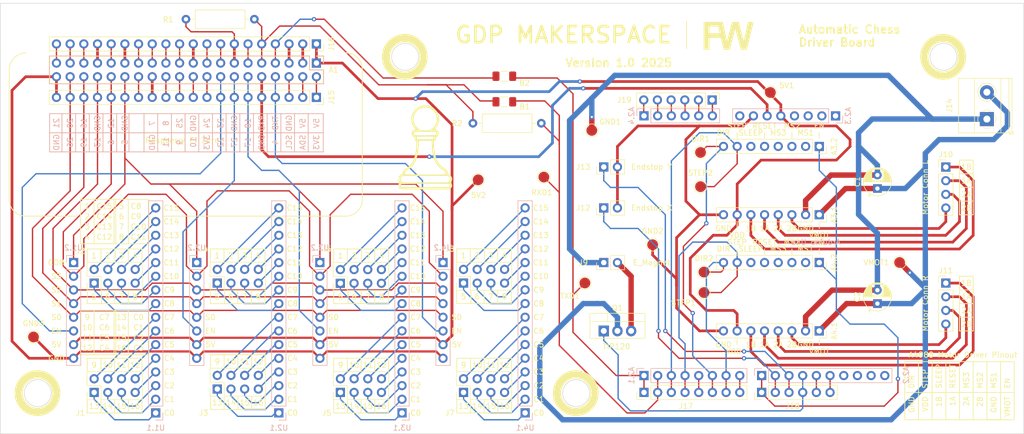
<source format=kicad_pcb>
(kicad_pcb (version 20211014) (generator pcbnew)
  (title_block (title "Automatic Chess PCB") (date "2025-04-09") (rev "1.0") (company "Gymnasium Dresden-Plauen") (comment 1 "Author: Felix Wittwer"))
  (layers (0 "F.Cu" signal) (31 "B.Cu" signal) (34 "B.Paste" user) (35 "F.Paste" user) (36 "B.SilkS" user "B.Silkscreen") (37 "F.SilkS" user "F.Silkscreen") (38 "B.Mask" user) (39 "F.Mask" user) (44 "Edge.Cuts" user))
  (net 0 "")
  (net 1 "/14 TXD")
  (net 2 "/18 RXD")
  (net 3 "3V3")
  (net 4 "SDA")
  (net 5 "SCL")
  (net 6 "GND")
  (net 7 "10 MOSI")
  (net 8 "9 MISO")
  (net 9 "11 SCLK")
  (net 10 "5V")
  (net 11 "23")
  (net 12 "24")
  (net 13 "25")
  (net 14 "8")
  (net 15 "7")
  (net 16 "12")
  (net 17 "16")
  (net 18 "20")
  (net 19 "21")
  (net 20 "Net-(A1-Pad7)")
  (net 21 "Net-(A1-Pad20)")
  (net 22 "Net-(J1-Pad1)")
  (net 23 "Net-(J1-Pad2)")
  (net 24 "Net-(J1-Pad3)")
  (net 25 "Net-(J1-Pad4)")
  (net 26 "Net-(J1-Pad5)")
  (net 27 "Net-(J1-Pad6)")
  (net 28 "Net-(J1-Pad7)")
  (net 29 "Net-(J9-Pad2)")
  (net 30 "Net-(A1-Pad4)")
  (net 31 "Net-(A1-Pad6)")
  (net 32 "Net-(J1-Pad8)")
  (net 33 "Net-(J2-Pad1)")
  (net 34 "Net-(J2-Pad2)")
  (net 35 "Net-(J2-Pad3)")
  (net 36 "Net-(J2-Pad4)")
  (net 37 "Net-(J2-Pad5)")
  (net 38 "Net-(J2-Pad6)")
  (net 39 "Net-(J2-Pad7)")
  (net 40 "Net-(J2-Pad8)")
  (net 41 "Net-(J3-Pad1)")
  (net 42 "Net-(J3-Pad2)")
  (net 43 "Net-(J3-Pad3)")
  (net 44 "Net-(J3-Pad4)")
  (net 45 "Net-(J3-Pad5)")
  (net 46 "Net-(J3-Pad6)")
  (net 47 "Net-(J3-Pad7)")
  (net 48 "Net-(J3-Pad8)")
  (net 49 "Net-(J4-Pad1)")
  (net 50 "Net-(J4-Pad2)")
  (net 51 "Net-(J4-Pad3)")
  (net 52 "Net-(J4-Pad4)")
  (net 53 "Net-(J4-Pad5)")
  (net 54 "Net-(J4-Pad6)")
  (net 55 "Net-(J4-Pad7)")
  (net 56 "Net-(J4-Pad8)")
  (net 57 "Net-(J5-Pad1)")
  (net 58 "Net-(J5-Pad2)")
  (net 59 "Net-(J5-Pad3)")
  (net 60 "Net-(J5-Pad4)")
  (net 61 "Net-(J5-Pad5)")
  (net 62 "Net-(J5-Pad6)")
  (net 63 "Net-(J5-Pad7)")
  (net 64 "Net-(J5-Pad8)")
  (net 65 "Net-(J6-Pad1)")
  (net 66 "Net-(J6-Pad2)")
  (net 67 "Net-(J6-Pad3)")
  (net 68 "Net-(J6-Pad4)")
  (net 69 "Net-(J6-Pad5)")
  (net 70 "Net-(J6-Pad6)")
  (net 71 "Net-(J6-Pad7)")
  (net 72 "Net-(J6-Pad8)")
  (net 73 "Net-(J7-Pad1)")
  (net 74 "Net-(J7-Pad2)")
  (net 75 "Net-(J7-Pad3)")
  (net 76 "Net-(J7-Pad4)")
  (net 77 "Net-(J7-Pad5)")
  (net 78 "Net-(J7-Pad6)")
  (net 79 "Net-(J7-Pad7)")
  (net 80 "Net-(J7-Pad8)")
  (net 81 "Net-(J8-Pad1)")
  (net 82 "Net-(J8-Pad2)")
  (net 83 "Net-(J8-Pad3)")
  (net 84 "Net-(J8-Pad4)")
  (net 85 "Net-(J8-Pad5)")
  (net 86 "Net-(J8-Pad6)")
  (net 87 "Net-(A1-Pad19)")
  (net 88 "Net-(A1-Pad15)")
  (net 89 "Net-(A1-Pad16)")
  (net 90 "Net-(A1-Pad17)")
  (net 91 "Net-(A1-Pad18)")
  (net 92 "Net-(J8-Pad7)")
  (net 93 "Net-(J8-Pad8)")
  (net 94 "Net-(A1-Pad14)")
  (net 95 "Net-(A1-Pad26)")
  (net 96 "Net-(A1-Pad34)")
  (net 97 "Net-(U1.2-Pad6)")
  (net 98 "Net-(A3.1-Pad6)")
  (net 99 "Net-(A3.1-Pad5)")
  (net 100 "Net-(A3.1-Pad4)")
  (net 101 "Net-(A3.1-Pad3)")
  (net 107 "Net-(A3.1-Pad2)")
  (net 108 "Net-(A3.1-Pad1)")
  (net 109 "Net-(J11-Pad4)")
  (net 110 "Net-(J11-Pad3)")
  (net 111 "Net-(J11-Pad2)")
  (net 112 "Net-(J11-Pad1)")
  (net 118 "Net-(A3.2-Pad7)")
  (net 119 "Net-(A4.2-Pad7)")
  (net 120 "Net-(J17-Pad5)")
  (net 121 "Net-(A3.2-Pad8)")
  (net 122 "Net-(A4.2-Pad8)")
  (net 123 "Net-(J17-Pad8)")
  (net 124 "Net-(A3.2-Pad1)")
  (net 125 "Net-(J12-Pad1)")
  (net 126 "Net-(J13-Pad1)")
  (net 127 "Net-(J18-Pad4)")
  (net 128 "Net-(J18-Pad5)")
  (net 129 "Net-(J18-Pad6)")
  (net 134 "Net-(J19-Pad6)")
  (net 135 "Net-(J19-Pad5)")
  (net 136 "Net-(J19-Pad4)")
  (net 137 "Net-(J19-Pad3)")
  (net 138 "Net-(J19-Pad2)")
  (net 139 "Net-(J19-Pad1)")
  (net 145 "Net-(A2.3-Pad7)")
  (net 146 "Net-(A1-Pad27)")
  (footprint "TerminalBlock_Phoenix:TerminalBlock_Phoenix_MKDS-1,5-2_1x02_P5.00mm_Horizontal" (layer "F.Cu") (at 243.84 71.12 90)
    (fp_text reference "J14")
    (fp_text value "Barrel_Jack")
  )
  (footprint "Connector_PinHeader_2.54mm:PinHeader_2x04_P2.54mm_Vertical" (layer "F.Cu") (at 100.975 101.6 90)
    (fp_text reference "J4")
    (fp_text value " ")
  )
  (footprint "Connector_PinHeader_2.54mm:PinHeader_1x02_P2.54mm_Vertical" (layer "F.Cu") (at 172.72 87.63 90)
    (fp_text reference "J12")
    (fp_text value "Endstop X")
  )
  (footprint "Connector_PinSocket_2.54mm:PinSocket_1x20_P2.54mm_Vertical" (layer "F.Cu") (at 119.38 67.081 -90)
    (fp_text reference "J15")
    (fp_text value "Add Conn")
  )
  (footprint "Connector_PinSocket_2.54mm:PinSocket_1x08_P2.54mm_Vertical" (layer "F.Cu") (at 212.728 97.783 -90)
    (fp_text reference "A4.2")
    (fp_text value "Conn_01x08")
  )
  (footprint "Connector_PinSocket_2.54mm:PinSocket_1x08_P2.54mm_Vertical" (layer "F.Cu") (at 212.728 76.193 -90)
    (fp_text reference "A3.2")
    (fp_text value "Conn_01x08")
  )
  (footprint "Connector_PinHeader_2.54mm:PinHeader_2x04_P2.54mm_Vertical" (layer "F.Cu") (at 78.115 101.605 90)
    (fp_text reference "J2")
    (fp_text value " ")
  )
  (footprint "Connector_PinHeader_2.54mm:PinHeader_1x06_P2.54mm_Vertical" (layer "F.Cu") (at 192.84 67.564 -90)
    (fp_text reference "J19")
    (fp_text value "Add Conn")
  )
  (footprint "Capacitor_THT:CP_Radial_D5.0mm_P2.50mm" (layer "F.Cu") (at 223.52 84.02 90)
    (fp_text reference "C1")
    (fp_text value "100uF")
  )
  (footprint "Connector_PinHeader_2.54mm:PinHeader_2x04_P2.54mm_Vertical" (layer "F.Cu") (at 123.825 101.63 90)
    (fp_text reference "J6")
    (fp_text value " ")
  )
  (footprint "Connector_PinHeader_2.54mm:PinHeader_1x02_P2.54mm_Vertical" (layer "F.Cu") (at 172.72 80.01 90)
    (fp_text reference "J13")
    (fp_text value "Endstop Y")
  )
  (footprint "Connector_PinHeader_2.54mm:PinHeader_2x04_P2.54mm_Vertical" (layer "F.Cu") (at 100.975 121.29 90)
    (fp_text reference "J3")
    (fp_text value " ")
  )
  (footprint "Connector_PinHeader_2.54mm:PinHeader_1x02_P2.54mm_Vertical" (layer "F.Cu") (at 172.72 97.79 90)
    (fp_text reference "J9")
    (fp_text value "E_Magnet")
  )
  (footprint "Connector_PinHeader_2.54mm:PinHeader_1x06_P2.54mm_Vertical" (layer "F.Cu") (at 202.03 121.92 90)
    (fp_text reference "J18")
    (fp_text value "Add Conn")
  )
  (footprint "TestPoint:TestPoint_Pad_D2.0mm" (layer "F.Cu") (at 161.6 81.895)
    (fp_text reference "RXD1")
    (fp_text value "RXD")
  )
  (footprint "Connector_PinSocket_2.54mm:PinSocket_1x20_P2.54mm_Vertical" (layer "F.Cu") (at 119.38 57.15 -90)
    (fp_text reference "J16")
    (fp_text value "Add Conn")
  )
  (footprint "Package_TO_SOT_THT:TO-220-3_Vertical" (layer "F.Cu") (at 172.72 110.49)
    (fp_text reference "Q1")
    (fp_text value "TIP120")
  )
  (footprint "TestPoint:TestPoint_Pad_D2.0mm" (layer "F.Cu") (at 203.65 66.17)
    (fp_text reference "5V1")
    (fp_text value "5V")
  )
  (footprint "TestPoint:TestPoint_Pad_D2.0mm" (layer "F.Cu") (at 66.858 111.613)
    (fp_text reference "GND3")
    (fp_text value "GND")
  )
  (footprint "Connector_PinSocket_2.54mm:PinSocket_1x08_P2.54mm_Vertical" (layer "F.Cu") (at 212.718 110.483 -90)
    (fp_text reference "A4.1")
    (fp_text value "Conn_01x08")
  )
  (footprint "TestPoint:TestPoint_Pad_D2.0mm" (layer "F.Cu") (at 149.408 82.403)
    (fp_text reference "5V2")
    (fp_text value "5V")
  )
  (footprint "Connector_PinHeader_2.54mm:PinHeader_2x04_P2.54mm_Vertical" (layer "F.Cu") (at 146.685 101.6 90)
    (fp_text reference "J8")
    (fp_text value " ")
  )
  (footprint "TestPoint:TestPoint_Pad_D2.0mm" (layer "F.Cu") (at 190.683 83.673)
    (fp_text reference "STEP2")
    (fp_text value "STEP")
  )
  (footprint "TestPoint:TestPoint_Pad_D2.0mm" (layer "F.Cu") (at 191.318 103.358)
    (fp_text reference "STEP1")
    (fp_text value "STEP")
  )
  (footprint "Resistor_SMD:R_1206_3216Metric_Pad1.30x1.75mm_HandSolder" (layer "F.Cu") (at 154.258 67.903)
    (fp_text reference "B1")
    (fp_text value "R")
  )
  (footprint "TestPoint:TestPoint_Pad_D2.0mm" (layer "F.Cu") (at 191.318 99.548)
    (fp_text reference "DIR2")
    (fp_text value "DIR")
  )
  (footprint "Capacitor_THT:CP_Radial_D5.0mm_P2.50mm" (layer "F.Cu") (at 223.52 105.41 90)
    (fp_text reference "C2")
    (fp_text value "100uF")
  )
  (footprint "TestPoint:TestPoint_Pad_D2.0mm" (layer "F.Cu") (at 227.64 97.77)
    (fp_text reference "VMOT1")
    (fp_text value "VMOT")
  )
  (footprint "Connector_PinHeader_2.54mm:PinHeader_1x04_P2.54mm_Vertical" (layer "F.Cu") (at 236.22 80.03)
    (fp_text reference "J10")
    (fp_text value "Motor Conn L")
  )
  (footprint "TestPoint:TestPoint_Pad_D2.0mm" (layer "F.Cu") (at 190.683 77.323)
    (fp_text reference "DIR1")
    (fp_text value "DIR")
  )
  (footprint "Resistor_SMD:R_1206_3216Metric_Pad1.30x1.75mm_HandSolder" (layer "F.Cu") (at 154.258 63.153)
    (fp_text reference "B2")
    (fp_text value "R")
  )
  (footprint "TestPoint:TestPoint_Pad_D2.0mm" (layer "F.Cu") (at 169.22 101.58)
    (fp_text reference "TXD1")
    (fp_text value "TXD")
  )
  (footprint "Connector_PinHeader_2.54mm:PinHeader_2x04_P2.54mm_Vertical" (layer "F.Cu") (at 123.835 121.92 90)
    (fp_text reference "J5")
    (fp_text value " ")
  )
  (footprint "TestPoint:TestPoint_Pad_D2.0mm" (layer "F.Cu") (at 181.793 94.468)
    (fp_text reference "GND2")
    (fp_text value "GND")
  )
  (footprint "Connector_PinHeader_2.54mm:PinHeader_2x04_P2.54mm_Vertical" (layer "F.Cu") (at 78.115 121.925 90)
    (fp_text reference "J1")
    (fp_text value " ")
  )
  (footprint "TestPoint:TestPoint_Pad_D2.0mm" (layer "F.Cu") (at 170.5 73.22)
    (fp_text reference "GND1")
    (fp_text value "GND")
  )
  (footprint "Connector_PinHeader_2.54mm:PinHeader_2x04_P2.54mm_Vertical" (layer "F.Cu") (at 146.685 121.92 90)
    (fp_text reference "J7")
    (fp_text value " ")
  )
  (footprint "Connector_PinHeader_2.54mm:PinHeader_1x04_P2.54mm_Vertical" (layer "F.Cu") (at 236.22 101.6)
    (fp_text reference "J11")
    (fp_text value "Motor Conn R")
  )
  (footprint "Resistor_THT:R_Axial_DIN0309_L9.0mm_D3.2mm_P12.70mm_Horizontal" (layer "F.Cu") (at 107.858 52.553 180)
    (fp_text reference "R1")
    (fp_text value "R")
  )
  (footprint "Resistor_THT:R_Axial_DIN0309_L9.0mm_D3.2mm_P12.70mm_Horizontal" (layer "F.Cu") (at 148.428 71.893)
    (fp_text reference "R2")
    (fp_text value "R")
  )
  (footprint "Connector_PinHeader_2.54mm:PinHeader_1x08_P2.54mm_Vertical" (layer "F.Cu") (at 180.19 121.92 90)
    (fp_text reference "J17")
    (fp_text value "Add Conn")
  )
  (footprint "Connector_PinSocket_2.54mm:PinSocket_1x08_P2.54mm_Vertical" (layer "F.Cu") (at 212.728 88.893 -90)
    (fp_text reference "A3.1")
    (fp_text value "Conn_01x08")
  )
  (footprint "Connector_PinSocket_2.54mm:PinSocket_1x16_P2.54mm_Vertical" (layer "B.Cu") (at 158.118 125.723)
    (fp_text reference "U4.1")
    (fp_text value "Conn_01x16")
  )
  (footprint "Connector_PinSocket_2.54mm:PinSocket_1x16_P2.54mm_Vertical" (layer "B.Cu") (at 112.398 125.733)
    (fp_text reference "U2.1")
    (fp_text value "Conn_01x16")
  )
  (footprint "Connector_PinSocket_2.54mm:PinSocket_1x16_P2.54mm_Vertical" (layer "B.Cu") (at 135.268 125.733)
    (fp_text reference "U3.1")
    (fp_text value "Conn_01x16")
  )
  (footprint "Connector_PinHeader_2.54mm:PinHeader_1x08_P2.54mm_Vertical" (layer "B.Cu") (at 180.188 118.783 -90)
    (fp_text reference "A2.1")
    (fp_text value "Add Conn")
  )
  (footprint "Connector_PinHeader_2.54mm:PinHeader_1x06_P2.54mm_Vertical" (layer "B.Cu") (at 180.188 70.513 -90)
    (fp_text reference "A2.4")
    (fp_text value "Conn_01x06")
  )
  (footprint "Connector_PinSocket_2.54mm:PinSocket_2x20_P2.54mm_Vertical" (layer "B.Cu") (at 119.38 60.706 90)
    (fp_text reference "A1")
    (fp_text value "Raspberry Pi Zero")
  )
  (footprint "Connector_PinHeader_2.54mm:PinHeader_1x08_P2.54mm_Vertical" (layer "B.Cu") (at 215.748 70.523 90)
    (fp_text reference "A2.3")
    (fp_text value "Add Conn")
  )
  (footprint "Connector_PinSocket_2.54mm:PinSocket_1x08_P2.54mm_Vertical" (layer "B.Cu") (at 120.028 97.793 180)
    (fp_text reference "U3.2")
    (fp_text value "Conn_01x08")
  )
  (footprint "Connector_PinSocket_2.54mm:PinSocket_1x08_P2.54mm_Vertical" (layer "B.Cu") (at 142.878 97.793 180)
    (fp_text reference "U4.2")
    (fp_text value "Conn_01x08")
  )
  (footprint "Connector_PinSocket_2.54mm:PinSocket_1x08_P2.54mm_Vertical" (layer "B.Cu") (at 74.298 97.793 180)
    (fp_text reference "U1.2")
    (fp_text value "Conn_01x08")
  )
  (footprint "Connector_PinHeader_2.54mm:PinHeader_1x10_P2.54mm_Vertical" (layer "B.Cu") (at 202.028 118.783 -90)
    (fp_text reference "A2.2")
    (fp_text value "Conn_01x10")
  )
  (footprint "Connector_PinSocket_2.54mm:PinSocket_1x16_P2.54mm_Vertical" (layer "B.Cu") (at 89.538 125.733)
    (fp_text reference "U1.1")
    (fp_text value "Conn_01x16")
  )
  (footprint "Connector_PinSocket_2.54mm:PinSocket_1x08_P2.54mm_Vertical" (layer "B.Cu") (at 97.158 97.793 180)
    (fp_text reference "U2.2")
    (fp_text value "Conn_01x08")
  )
  (gr_line (start 72.136 70.104) (end 72.136 77.216) (layer "B.SilkS") (width 0.15))
  (gr_line (start 120.65 73.66) (end 69.85 73.66) (layer "B.SilkS") (width 0.15))
  (gr_line (start 112.776 70.104) (end 112.776 77.216) (layer "B.SilkS") (width 0.15))
  (gr_line (start 100.076 70.104) (end 100.076 77.216) (layer "B.SilkS") (width 0.15))
  (gr_line (start 105.156 70.104) (end 105.156 77.216) (layer "B.SilkS") (width 0.15))
  (gr_line (start 115.316 70.104) (end 115.316 77.216) (layer "B.SilkS") (width 0.15))
  (gr_line (start 110.236 70.104) (end 110.236 77.216) (layer "B.SilkS") (width 0.15))
  (gr_line (start 89.916 70.104) (end 89.916 77.216) (layer "B.SilkS") (width 0.15))
  (gr_line (start 94.996 70.104) (end 94.996 77.216) (layer "B.SilkS") (width 0.15))
  (gr_line (start 84.582 70.104) (end 84.582 77.216) (layer "B.SilkS") (width 0.15))
  (gr_line (start 82.296 70.104) (end 82.296 77.216) (layer "B.SilkS") (width 0.15))
  (gr_line (start 69.85 77.216) (end 120.65 77.216) (layer "B.SilkS") (width 0.15))
  (gr_line (start 107.696 70.104) (end 107.696 77.216) (layer "B.SilkS") (width 0.15))
  (gr_line (start 97.536 70.104) (end 97.536 77.216) (layer "B.SilkS") (width 0.15))
  (gr_line (start 102.616 70.104) (end 102.616 77.216) (layer "B.SilkS") (width 0.15))
  (gr_line (start 87.376 70.104) (end 87.376 77.216) (layer "B.SilkS") (width 0.15))
  (gr_line (start 69.85 70.104) (end 120.65 70.104) (layer "B.SilkS") (width 0.15))
  (gr_line (start 74.676 70.104) (end 74.676 77.216) (layer "B.SilkS") (width 0.15))
  (gr_line (start 92.456 70.104) (end 92.456 77.216) (layer "B.SilkS") (width 0.15))
  (gr_line (start 69.85 73.66) (end 69.85 77.216) (layer "B.SilkS") (width 0.15))
  (gr_line (start 120.65 77.216) (end 120.65 73.66) (layer "B.SilkS") (width 0.15))
  (gr_line (start 77.216 70.104) (end 77.216 77.216) (layer "B.SilkS") (width 0.15))
  (gr_line (start 117.856 70.104) (end 117.856 77.216) (layer "B.SilkS") (width 0.15))
  (gr_line (start 69.85 73.66) (end 69.85 70.104) (layer "B.SilkS") (width 0.15))
  (gr_line (start 120.65 70.104) (end 120.65 73.66) (layer "B.SilkS") (width 0.15))
  (gr_line (start 79.756 70.104) (end 79.756 77.216) (layer "B.SilkS") (width 0.15))
  (gr_line (start 238.76 116.205) (end 238.76 121.285) (layer "F.SilkS") (width 0.15))
  (gr_line (start 246.38 116.205) (end 246.38 121.285) (layer "F.SilkS") (width 0.15))
  (gr_line (start 118.11 59.436) (end 118.11 61.976) (layer "F.SilkS") (width 0.15))
  (gr_line (start 130.2075 125.73) (end 130.2075 123.42) (layer "F.SilkS") (width 0.15))
  (gr_line (start 248.92 127) (end 248.92 121.285) (layer "F.SilkS") (width 0.15))
  (gr_line (start 147.975 125.73) (end 147.985 123.42) (layer "F.SilkS") (width 0.15))
  (gr_line (start 212.725 90.4548) (end 212.725 91.44) (layer "F.SilkS") (width 0.15))
  (gr_line (start 81.915 115.57) (end 81.925 117.87) (layer "F.SilkS") (width 0.15))
  (gr_line (start 107.31 105.41) (end 107.31 103.12) (layer "F.SilkS") (width 0.15))
  (gr_line (start 207.645 74.656) (end 207.645 73.66) (layer "F.SilkS") (width 0.15))
  (gr_line (start 130.2075 115.57) (end 130.2075 117.87) (layer "F.SilkS") (width 0.15))
  (gr_line (start 109.87 125.08) (end 99.71 125.08) (layer "F.SilkS") (width 0.15))
  (gr_line (start 145.41 95.22) (end 145.41 97.54) (layer "F.SilkS") (width 0.15))
  (gr_circle (center 135.782 59.549) (end 139.282 59.549) (layer "F.SilkS") (width 1.5) (fill none))
  (gr_line (start 119.38 59.436) (end 120.65 59.436) (layer "F.SilkS") (width 0.15))
  (gr_circle (center 167.53 122.049) (end 171.03 122.049) (layer "F.SilkS") (width 1.5) (fill none))
  (gr_line (start 248.92 121.285) (end 248.92 116.205) (layer "F.SilkS") (width 0.15))
  (gr_line (start 99.71 114.92) (end 109.87 114.92) (layer "F.SilkS") (width 0.15))
  (gr_line (start 76.835 125.73) (end 76.835 123.42) (layer "F.SilkS") (width 0.15))
  (gr_line (start 145.435 125.73) (end 145.435 123.42) (layer "F.SilkS") (width 0.15))
  (gr_line (start 102.355 105.42) (end 102.355 103.12) (layer "F.SilkS") (width 0.15))
  (gr_line (start 107.33 125.08) (end 107.33 122.77) (layer "F.SilkS") (width 0.15))
  (gr_line (start 241.3 78.74) (end 238.76 78.74) (layer "F.SilkS") (width 0.15))
  (gr_line (start 82.123 86.0425) (end 82.123 94.2975) (layer "F.SilkS") (width 0.15))
  (gr_line (start 238.76 83.82) (end 241.3 83.82) (layer "F.SilkS") (width 0.15))
  (gr_line (start 79.375 115.57) (end 79.375 117.87) (layer "F.SilkS") (width 0.15))
  (gr_arc (start 124.84475 58.797261) (mid 127 59.690011) (end 127.89275 61.845261) (layer "F.SilkS") (width 0.15))
  (gr_line (start 132.7475 125.73) (end 132.7475 123.42) (layer "F.SilkS") (width 0.15))
  (gr_line (start 202.565 96.1952) (end 202.565 95.25) (layer "F.SilkS") (width 0.15))
  (gr_line (start 102.23 95.25) (end 102.23 97.57) (layer "F.SilkS") (width 0.15))
  (gr_line (start 197.485 90.4548) (end 197.485 91.44) (layer "F.SilkS") (width 0.15))
  (gr_line (start 148.075 105.39) (end 148.075 103.09) (layer "F.SilkS") (width 0.15))
  (gr_line (start 122.585 95.25) (end 122.585 97.57) (layer "F.SilkS") (width 0.15))
  (gr_line (start 145.435 115.57) (end 145.435 117.87) (layer "F.SilkS") (width 0.15))
  (gr_line (start 107.31 95.25) (end 107.31 97.57) (layer "F.SilkS") (width 0.15))
  (gr_line (start 104.79 114.92) (end 104.8 117.22) (layer "F.SilkS") (width 0.15))
  (gr_line (start 75.565 94.2975) (end 88.265 94.2975) (layer "F.SilkS") (width 0.15))
  (gr_line (start 125.25 105.42) (end 125.25 103.12) (layer "F.SilkS") (width 0.15))
  (gr_line (start 241.3 110.49) (end 241.3 100.33) (layer "F.SilkS") (width 0.15))
  (gr_line (start 109.87 125.08) (end 109.87 122.77) (layer "F.SilkS") (width 0.15))
  (gr_line (start 153.03 95.22) (end 153.03 97.54) (layer "F.SilkS") (width 0.15))
  (gr_line (start 76.835 115.57) (end 76.835 117.87) (layer "F.SilkS") (width 0.15))
  (gr_line (start 132.7475 125.73) (end 122.5875 125.73) (layer "F.SilkS") (width 0.15))
  (gr_line (start 248.92 116.205) (end 228.6 116.205) (layer "F.SilkS") (width 0.15))
  (gr_line (start 127.89275 61.845261) (end 127.889011 86.106) (layer "F.SilkS") (width 0.15))
  (gr_line (start 228.6 116.205) (end 228.6 121.285) (layer "F.SilkS") (width 0.15))
  (gr_line (start 88.265 114.935) (end 88.265 106.68) (layer "F.SilkS") (width 0.15))
  (gr_line (start 127.6675 125.73) (end 127.6675 123.42) (layer "F.SilkS") (width 0.15))
  (gr_line (start 150.515 115.57) (end 150.525 117.87) (layer "F.SilkS") (width 0.15))
  (gr_line (start 147.975 115.57) (end 147.975 117.87) (layer "F.SilkS") (width 0.15))
  (gr_line (start 122.585 95.25) (end 132.745 95.25) (layer "F.SilkS") (width 0.15))
  (gr_line (start 127.6675 115.57) (end 127.6775 117.87) (layer "F.SilkS") (width 0.15))
  (gr_line (start 79.375 95.25) (end 79.375 97.57) (layer "F.SilkS") (width 0.15))
  (gr_line (start 109.85 105.41) (end 109.85 103.12) (layer "F.SilkS") (width 0.15))
  (gr_line (start 238.76 100.33) (end 238.76 110.49) (layer "F.SilkS") (width 0.15))
  (gr_line (start 132.7475 115.57) (end 132.7525 117.87) (layer "F.SilkS") (width 0.15))
  (gr_line (start 197.485 74.656) (end 197.485 73.66) (layer "F.SilkS") (width 0.15))
  (gr_line (start 233.68 116.205) (end 233.68 121.285) (layer "F.SilkS") (width 0.15))
  (gr_line (start 238.76 88.9) (end 241.3 88.9) (layer "F.SilkS") (width 0.15))
  (gr_line (start 238.76 121.285) (end 238.76 127) (layer "F.SilkS") (width 0.15))
  (gr_line (start 104.855 95.27) (end 104.855 97.57) (layer "F.SilkS") (width 0.15))
  (gr_line (start 76.835 95.25) (end 76.835 97.57) (layer "F.SilkS") (width 0.15))
  (gr_line (start 81.915 105.41) (end 81.915 103.12) (layer "F.SilkS") (width 0.15))
  (gr_line (start 132.745 105.41) (end 132.745 103.12) (layer "F.SilkS") (width 0.15))
  (gr_line (start 233.68 127) (end 233.68 121.285) (layer "F.SilkS") (width 0.15))
  (gr_line (start 76.835 115.57) (end 86.995 115.57) (layer "F.SilkS") (width 0.15))
  (gr_line (start 75.565 114.935) (end 88.265 114.935) (layer "F.SilkS") (width 0.15))
  (gr_line (start 79.375 125.73) (end 79.385 123.42) (layer "F.SilkS") (width 0.15))
  (gr_line (start 76.835 105.41) (end 76.835 103.12) (layer "F.SilkS") (width 0.15))
  (gr_line (start 153.03 105.38) (end 153.03 103.09) (layer "F.SilkS") (width 0.15))
  (gr_line (start 248.92 121.92) (end 228.6 121.92) (layer "F.SilkS") (width 0.15))
  (gr_line (start 99.69 95.25) (end 109.85 95.25) (layer "F.SilkS") (width 0.15))
  (gr_line (start 122.585 105.41) (end 122.585 103.12) (layer "F.SilkS") (width 0.15))
  (gr_line (start 153.055 115.57) (end 153.055 117.87) (layer "F.SilkS") (width 0.15))
  (gr_line (start 104.79 125.08) (end 104.79 122.77) (layer "F.SilkS") (width 0.15))
  (gr_line (start 86.995 105.41) (end 76.835 105.41) (layer "F.SilkS") (width 0.15))
  (gr_line (start 99.69 95.25) (end 99.69 97.57) (layer "F.SilkS") (width 0.15))
  (gr_line (start 74.93 89.150261) (end 65.405 89.150261) (layer "F.SilkS") (width 0.15))
  (gr_line (start 84.455 106.68) (end 84.455 114.935) (layer "F.SilkS") (width 0.15))
  (gr_line (start 150.515 125.73) (end 150.515 123.42) (layer "F.SilkS") (width 0.15))
  (gr_line (start 212.725 74.656) (end 212.725 73.66) (layer "F.SilkS") (width 0.15))
  (gr_line (start 125.1275 115.57) (end 125.1275 117.87) (layer "F.SilkS") (width 0.15))
  (gr_line (start 155.57 105.38) (end 145.41 105.38) (layer "F.SilkS") (width 0.15))
  (gr_line (start 78.105 106.68) (end 78.105 114.935) (layer "F.SilkS") (width 0.15))
  (gr_line (start 120.65 61.976) (end 120.65 64.516) (layer "F.SilkS") (width 0.15))
  (gr_line (start 238.76 86.36) (end 241.3 86.36) (layer "F.SilkS") (width 0.15))
  (gr_line (start 127.75 95.27) (end 127.75 97.57) (layer "F.SilkS") (width 0.15))
  (gr_line (start 88.265 94.2975) (end 88.265 86.0425) (layer "F.SilkS") (width 0.15))
  (gr_line (start 246.38 121.285) (end 246.38 127) (layer "F.SilkS") (width 0.15))
  (gr_poly (pts (xy 139.754521 68.542313) (xy 139.912422 68.554593) (xy 139.980787 68.561173) (xy 140.043629 68.568474) (xy 140.102099 68.576816) (xy 140.157347 68.586522) (xy 140.210524 68.597912) (xy 140.26278 68.611307) (xy 140.315266 68.627028) (xy 140.369132 68.645397) (xy 140.42553 68.666734) (xy 140.48561 68.69136) (xy 140.550521 68.719596) (xy 140.621416 68.751764) (xy 140.785756 68.829178) (xy 140.854434 68.865218) (xy 140.927368 68.909508) (xy 141.003605 68.961118) (xy 141.082189 69.019121) (xy 141.162168 69.082586) (xy 141.242588 69.150586) (xy 141.322495 69.222191) (xy 141.400935 69.296473) (xy 141.476954 69.372502) (xy 141.549599 69.449349) (xy 141.617916 69.526087) (xy 141.68095 69.601785) (xy 141.73775 69.675515) (xy 141.787359 69.746349) (xy 141.828826 69.813357) (xy 141.861195 69.87561) (xy 141.914794 69.996056) (xy 141.963571 70.114957) (xy 142.007522 70.232279) (xy 142.046643 70.347989) (xy 142.080927 70.462054) (xy 142.11037 70.57444) (xy 142.134968 70.685113) (xy 142.154715 70.794041) (xy 142.169606 70.901189) (xy 142.179637 71.006525) (xy 142.184802 71.110015) (xy 142.185097 71.211625) (xy 142.180516 71.311322) (xy 142.171054 71.409073) (xy 142.156708 71.504844) (xy 142.137471 71.598602) (xy 142.120214 71.665714) (xy 142.098622 71.738077) (xy 142.073138 71.814741) (xy 142.044207 71.894759) (xy 141.977781 72.061054) (xy 141.902899 72.22937) (xy 141.823118 72.392113) (xy 141.7825 72.469021) (xy 141.741991 72.541688) (xy 141.702034 72.609166) (xy 141.663075 72.670504) (xy 141.625557 72.724754) (xy 141.589924 72.770966) (xy 141.453328 72.936676) (xy 141.667286 73.071747) (xy 141.717507 73.105144) (xy 141.764559 73.13994) (xy 141.808432 73.176118) (xy 141.849118 73.213661) (xy 141.886607 73.252552) (xy 141.920889 73.292776) (xy 141.936825 73.313383) (xy 141.951955 73.334316) (xy 141.966279 73.355574) (xy 141.979796 73.377155) (xy 141.992504 73.399057) (xy 142.004402 73.421277) (xy 142.015489 73.443814) (xy 142.025763 73.466665) (xy 142.035224 73.489829) (xy 142.043871 73.513303) (xy 142.051702 73.537086) (xy 142.058715 73.561175) (xy 142.064911 73.585568) (xy 142.070287 73.610263) (xy 142.074842 73.635258) (xy 142.078576 73.660552) (xy 142.081487 73.686141) (xy 142.083574 73.712024) (xy 142.08527 73.764664) (xy 142.08415 73.816378) (xy 142.080648 73.866138) (xy 142.074709 73.914053) (xy 142.066278 73.960233) (xy 142.0553 74.004788) (xy 142.04172 74.047828) (xy 142.025481 74.089464) (xy 142.006529 74.129805) (xy 141.984809 74.168961) (xy 141.960265 74.207043) (xy 141.932841 74.24416) (xy 141.902483 74.280422) (xy 141.869135 74.315941) (xy 141.832742 74.350824) (xy 141.793249 74.385184) (xy 141.750599 74.419128) (xy 141.72141 74.441739) (xy 141.695417 74.462766) (xy 141.672439 74.482577) (xy 141.652294 74.501543) (xy 141.643227 74.510824) (xy 141.634801 74.520032) (xy 141.626993 74.529213) (xy 141.619781 74.538413) (xy 141.61314 74.547679) (xy 141.60705 74.557057) (xy 141.601487 74.566593) (xy 141.596428 74.576332) (xy 141.591852 74.586322) (xy 141.587735 74.596608) (xy 141.584055 74.607236) (xy 141.580788 74.618254) (xy 141.577913 74.629706) (xy 141.575407 74.641638) (xy 141.573247 74.654099) (xy 141.571411 74.667132) (xy 141.568618 74.695103) (xy 141.566847 74.725922) (xy 141.565917 74.759956) (xy 141.565648 74.797577) (xy 141.565345 74.834566) (xy 141.564322 74.868329) (xy 141.562404 74.899235) (xy 141.559415 74.927651) (xy 141.55518 74.953944) (xy 141.549526 74.978483) (xy 141.542277 75.001633) (xy 141.533259 75.023764) (xy 141.522296 75.045242) (xy 141.509215 75.066435) (xy 141.493839 75.087711) (xy 141.475995 75.109436) (xy 141.455508 75.13198) (xy 141.432203 75.155708) (xy 141.405905 75.180989) (xy 141.376439 75.208191) (xy 141.187245 75.3815) (xy 141.222096 75.995117) (xy 141.262091 76.513507) (xy 141.288361 76.76002) (xy 141.318805 76.998049) (xy 141.353417 77.227573) (xy 141.392193 77.448571) (xy 141.435126 77.66102) (xy 141.482211 77.864901) (xy 141.533442 78.06019) (xy 141.588813 78.246868) (xy 141.64832 78.424911) (xy 141.711955 78.5943) (xy 141.779715 78.755012) (xy 141.851592 78.907026) (xy 141.927583 79.050321) (xy 142.00768 79.184875) (xy 142.054016 79.2551) (xy 142.104971 79.326458) (xy 142.16013 79.398544) (xy 142.219075 79.470953) (xy 142.28139 79.54328) (xy 142.346659 79.61512) (xy 142.414466 79.686067) (xy 142.484395 79.755716) (xy 142.556028 79.823663) (xy 142.628951 79.889501) (xy 142.702746 79.952827) (xy 142.776997 80.013234) (xy 142.851289 80.070317) (xy 142.925204 80.123672) (xy 142.998327 80.172893) (xy 143.070241 80.217575) (xy 143.155765 80.269747) (xy 143.235103 80.321008) (xy 143.308347 80.371466) (xy 143.375589 80.421227) (xy 143.436921 80.470397) (xy 143.492436 80.519084) (xy 143.542226 80.567395) (xy 143.586382 80.615437) (xy 143.624999 80.663315) (xy 143.658167 80.711138) (xy 143.685979 80.759012) (xy 143.708527 80.807043) (xy 143.725904 80.855339) (xy 143.738202 80.904007) (xy 143.745513 80.953153) (xy 143.747929 81.002884) (xy 143.748191 81.035901) (xy 143.749115 81.065576) (xy 143.75091 81.092229) (xy 143.753782 81.116183) (xy 143.755687 81.127247) (xy 143.75794 81.137757) (xy 143.760566 81.147752) (xy 143.763592 81.157274) (xy 143.767043 81.166361) (xy 143.770945 81.175054) (xy 143.775324 81.183394) (xy 143.780207 81.19142) (xy 143.785619 81.199172) (xy 143.791586 81.206691) (xy 143.798135 81.214017) (xy 143.80529 81.22119) (xy 143.813079 81.22825) (xy 143.821527 81.235238) (xy 143.840504 81.249156) (xy 143.862429 81.263265) (xy 143.88751 81.277886) (xy 143.915955 81.293342) (xy 143.947972 81.309952) (xy 143.982052 81.328131) (xy 144.015501 81.347562) (xy 144.048288 81.368199) (xy 144.080385 81.389997) (xy 144.111763 81.41291) (xy 144.14239 81.436894) (xy 144.17224 81.461902) (xy 144.201281 81.487889) (xy 144.256824 81.542618) (xy 144.308782 81.600718) (xy 144.356923 81.661825) (xy 144.401011 81.725576) (xy 144.440812 81.791607) (xy 144.47609 81.859555) (xy 144.506612 81.929055) (xy 144.520015 81.964274) (xy 144.532142 81.999745) (xy 144.542962 82.035422) (xy 144.552446 82.07126) (xy 144.560565 82.107214) (xy 144.56729 82.143238) (xy 144.57259 82.179286) (xy 144.576437 82.215314) (xy 144.578802 82.251275) (xy 144.579655 82.287125) (xy 144.579242 82.300145) (xy 144.577959 82.315319) (xy 144.575857 82.332461) (xy 144.572983 82.351384) (xy 144.565115 82.393834) (xy 144.554747 82.441181) (xy 144.542268 82.491941) (xy 144.528069 82.544625) (xy 144.512539 82.597749) (xy 144.496068 82.649826) (xy 144.470469 82.727734) (xy 144.460436 82.761263) (xy 144.452253 82.791941) (xy 144.445922 82.820342) (xy 144.441448 82.84704) (xy 144.438834 82.872608) (xy 144.438084 82.897621) (xy 144.439202 82.922653) (xy 144.44219 82.948277) (xy 144.447054 82.975068) (xy 144.453796 83.003599) (xy 144.46242 83.034444) (xy 144.47293 83.068178) (xy 144.499623 83.146606) (xy 144.524036 83.221526) (xy 144.542727 83.294564) (xy 144.555715 83.36566) (xy 144.563019 83.434753) (xy 144.564657 83.501783) (xy 144.560648 83.56669) (xy 144.556532 83.598329) (xy 144.551011 83.629413) (xy 144.544087 83.659937) (xy 144.535763 83.689892) (xy 144.526042 83.719271) (xy 144.514925 83.748065) (xy 144.502415 83.776269) (xy 144.488514 83.803874) (xy 144.473225 83.830872) (xy 144.456549 83.857256) (xy 144.43849 83.883019) (xy 144.419049 83.908152) (xy 144.376033 83.956501) (xy 144.327518 84.002243) (xy 144.273524 84.045317) (xy 144.21407 84.085663) (xy 144.032231 84.199738) (xy 140.028721 84.204712) (xy 137.053406 84.199135) (xy 136.0332 84.190391) (xy 135.521809 84.178772) (xy 135.524525 84.178482) (xy 135.427355 84.171715) (xy 135.338009 84.163623) (xy 135.25605 84.154017) (xy 135.181042 84.142707) (xy 135.112547 84.129502) (xy 135.050128 84.114212) (xy 134.993348 84.096648) (xy 134.941769 84.07662) (xy 134.894955 84.053937) (xy 134.852467 84.02841) (xy 134.81387 83.999848) (xy 134.778725 83.968062) (xy 134.746596 83.932861) (xy 134.717045 83.894055) (xy 134.689635 83.851455) (xy 134.66393 83.804871) (xy 134.648215 83.76989) (xy 134.634802 83.730949) (xy 134.623675 83.68859) (xy 134.614824 83.643349) (xy 134.608234 83.595769) (xy 134.603893 83.546386) (xy 134.601789 83.495742) (xy 134.601908 83.444376) (xy 134.601944 83.443592) (xy 135.026297 83.443592) (xy 135.026336 83.463905) (xy 135.027716 83.484134) (xy 135.030439 83.504185) (xy 135.03451 83.523965) (xy 135.03993 83.543381) (xy 135.046702 83.56234) (xy 135.05483 83.580748) (xy 135.064316 83.598511) (xy 135.075164 83.615538) (xy 135.087375 83.631733) (xy 135.100954 83.647005) (xy 135.115903 83.661259) (xy 135.132225 83.674403) (xy 135.149923 83.686343) (xy 135.168999 83.696986) (xy 135.189457 83.706238) (xy 136.582788 83.737161) (xy 139.54241 83.753407) (xy 142.513045 83.75129) (xy 143.939412 83.727127) (xy 143.937611 83.726791) (xy 143.96 83.71979) (xy 143.981026 83.711239) (xy 144.000684 83.701232) (xy 144.018972 83.689858) (xy 144.035886 83.67721) (xy 144.051423 83.663377) (xy 144.065579 83.648453) (xy 144.078351 83.632527) (xy 144.089736 83.615691) (xy 144.09973 83.598037) (xy 144.10833 83.579655) (xy 144.115532 83.560637) (xy 144.121334 83.541073) (xy 144.125731 83.521056) (xy 144.128721 83.500677) (xy 144.130299 83.480026) (xy 144.130463 83.459195) (xy 144.12921 83.438276) (xy 144.126535 83.417358) (xy 144.122435 83.396535) (xy 144.116908 83.375896) (xy 144.109949 83.355533) (xy 144.101556 83.335538) (xy 144.091724 83.316001) (xy 144.080452 83.297014) (xy 144.067734 83.278669) (xy 144.053568 83.261055) (xy 144.03795 83.244265) (xy 144.020878 83.22839) (xy 144.002347 83.21352) (xy 143.982354 83.199748) (xy 143.960896 83.187164) (xy 143.554864 83.164151) (xy 142.563742 83.147383) (xy 139.603053 83.132963) (xy 136.632472 83.144667) (xy 135.628987 83.160554) (xy 135.205647 83.183258) (xy 135.184629 83.19223) (xy 135.164906 83.202611) (xy 135.14648 83.214307) (xy 135.129353 83.227225) (xy 135.11353 83.241272) (xy 135.099012 83.256354) (xy 135.085803 83.272378) (xy 135.073906 83.289251) (xy 135.063323 83.306879) (xy 135.054058 83.32517) (xy 135.046113 83.344029) (xy 135.039491 83.363364) (xy 135.034196 83.383081) (xy 135.03023 83.403087) (xy 135.027596 83.423288) (xy 135.026297 83.443592) (xy 134.601944 83.443592) (xy 134.604238 83.392827) (xy 134.608766 83.341634) (xy 134.615479 83.291337) (xy 134.624364 83.242476) (xy 134.635408 83.195589) (xy 134.648599 83.151217) (xy 134.663924 83.109899) (xy 134.68137 83.072174) (xy 134.693483 83.048171) (xy 134.704076 83.025878) (xy 134.713163 83.005086) (xy 134.720756 82.985583) (xy 134.72687 82.967161) (xy 134.731517 82.94961) (xy 134.734712 82.932719) (xy 134.736468 82.916279) (xy 134.736798 82.900079) (xy 134.735716 82.88391) (xy 134.733235 82.867562) (xy 134.729369 82.850825) (xy 134.724131 82.833489) (xy 134.717535 82.815344) (xy 134.709594 82.79618) (xy 134.700322 82.775787) (xy 134.677511 82.724458) (xy 134.657413 82.672609) (xy 134.639996 82.620334) (xy 134.625232 82.567725) (xy 134.61309 82.514876) (xy 134.603539 82.46188) (xy 134.596549 82.408832) (xy 134.59209 82.355823) (xy 134.590132 82.302948) (xy 134.590231 82.292858) (xy 135.034473 82.292858) (xy 135.036171 82.328841) (xy 135.039755 82.364727) (xy 135.045229 82.400399) (xy 135.052597 82.435741) (xy 135.061862 82.470634) (xy 135.073027 82.504962) (xy 135.086097 82.538608) (xy 135.101076 82.571455) (xy 135.117966 82.603385) (xy 135.136772 82.634282) (xy 135.157497 82.664028) (xy 135.180145 82.692507) (xy 135.204719 82.719601) (xy 135.231224 82.745192) (xy 135.259663 82.769165) (xy 135.271899 82.778532) (xy 135.284531 82.787324) (xy 135.298312 82.795559) (xy 135.313995 82.803255) (xy 135.332333 82.810431) (xy 135.354081 82.817105) (xy 135.379992 82.823294) (xy 135.410818 82.829018) (xy 135.447314 82.834294) (xy 135.490233 82.83914) (xy 135.540328 82.843575) (xy 135.598353 82.847617) (xy 135.665061 82.851284) (xy 135.741205 82.854594) (xy 135.827539 82.857565) (xy 135.924817 82.860216) (xy 136.033791 82.862565) (xy 136.155216 82.864629) (xy 136.289844 82.866427) (xy 136.438429 82.867978) (xy 136.780484 82.870408) (xy 137.187408 82.872065) (xy 137.665228 82.873095) (xy 138.219972 82.873642) (xy 139.58434 82.873871) (xy 143.775792 82.87381) (xy 143.910573 82.756973) (xy 143.924666 82.74408) (xy 143.938999 82.729607) (xy 143.953472 82.713712) (xy 143.967984 82.696553) (xy 143.982433 82.678288) (xy 143.996717 82.659075) (xy 144.010737 82.639071) (xy 144.02439 82.618435) (xy 144.037575 82.597324) (xy 144.050192 82.575897) (xy 144.062139 82.554311) (xy 144.073314 82.532723) (xy 144.083617 82.511293) (xy 144.092947 82.490178) (xy 144.101202 82.469536) (xy 144.108281 82.449524) (xy 144.120779 82.405356) (xy 144.129433 82.360917) (xy 144.134299 82.316352) (xy 144.135434 82.271805) (xy 144.132896 82.227419) (xy 144.126742 82.183337) (xy 144.117028 82.139704) (xy 144.103812 82.096663) (xy 144.087151 82.054357) (xy 144.067101 82.012931) (xy 144.043721 81.972529) (xy 144.017066 81.933293) (xy 143.987195 81.895368) (xy 143.954164 81.858897) (xy 143.918029 81.824025) (xy 143.87885 81.790894) (xy 143.735676 81.678146) (xy 139.596226 81.678329) (xy 137.253872 81.680542) (xy 135.999581 81.692549) (xy 135.66604 81.704871) (xy 135.467212 81.722818) (xy 135.357329 81.747446) (xy 135.290623 81.779816) (xy 135.260819 81.799527) (xy 135.232839 81.821132) (xy 135.206686 81.844515) (xy 135.182364 81.869556) (xy 135.159877 81.896141) (xy 135.139228 81.924151) (xy 135.120421 81.95347) (xy 135.10346 81.983979) (xy 135.088348 82.015564) (xy 135.075089 82.048105) (xy 135.063687 82.081486) (xy 135.054146 82.11559) (xy 135.046468 82.150301) (xy 135.040659 82.185499) (xy 135.03672 82.22107) (xy 135.034657 82.256895) (xy 135.034473 82.292858) (xy 134.590231 82.292858) (xy 134.590645 82.2503) (xy 134.593598 82.197973) (xy 134.598961 82.146059) (xy 134.606704 82.094652) (xy 134.616797 82.043845) (xy 134.629209 81.993732) (xy 134.64391 81.944407) (xy 134.66087 81.895961) (xy 134.680059 81.84849) (xy 134.701447 81.802086) (xy 134.725002 81.756843) (xy 134.750696 81.712854) (xy 134.778497 81.670212) (xy 134.808377 81.62901) (xy 134.840303 81.589343) (xy 134.874247 81.551304) (xy 134.910177 81.514985) (xy 134.948064 81.480481) (xy 134.987878 81.447884) (xy 135.029587 81.417288) (xy 135.073163 81.388786) (xy 135.118574 81.362473) (xy 135.165791 81.33844) (xy 135.203781 81.320092) (xy 135.237435 81.302922) (xy 135.267115 81.286306) (xy 135.280577 81.27801) (xy 135.29318 81.269618) (xy 135.30497 81.261052) (xy 135.315992 81.252233) (xy 135.32629 81.243084) (xy 135.335909 81.233526) (xy 135.344896 81.223481) (xy 135.353294 81.212871) (xy 135.361149 81.201618) (xy 135.368506 81.189644) (xy 135.37541 81.17687) (xy 135.381906 81.163219) (xy 135.388039 81.148611) (xy 135.393854 81.13297) (xy 135.399396 81.116217) (xy 135.40471 81.098273) (xy 135.405998 81.093451) (xy 135.843519 81.093451) (xy 135.844291 81.127767) (xy 135.847102 81.161905) (xy 135.851888 81.19531) (xy 135.858588 81.227428) (xy 135.86714 81.257704) (xy 135.877481 81.285584) (xy 135.889549 81.310514) (xy 135.896211 81.3217) (xy 135.903281 81.33194) (xy 135.910752 81.341165) (xy 135.918616 81.349307) (xy 135.926864 81.356295) (xy 135.93549 81.362061) (xy 136.265938 81.381969) (xy 137.077161 81.398001) (xy 139.507956 81.416443) (xy 141.959914 81.413404) (xy 142.797591 81.402586) (xy 143.165074 81.384903) (xy 143.167134 81.384766) (xy 143.185924 81.379396) (xy 143.194523 81.376605) (xy 143.202608 81.373701) (xy 143.210192 81.370651) (xy 143.217288 81.36742) (xy 143.223907 81.363976) (xy 143.230062 81.360287) (xy 143.235766 81.35632) (xy 143.241032 81.352041) (xy 143.245871 81.347418) (xy 143.250296 81.342417) (xy 143.254321 81.337006) (xy 143.257956 81.331152) (xy 143.261215 81.324822) (xy 143.264111 81.317984) (xy 143.266656 81.310603) (xy 143.268861 81.302647) (xy 143.270741 81.294084) (xy 143.272307 81.284881) (xy 143.273572 81.275003) (xy 143.274548 81.26442) (xy 143.275248 81.253097) (xy 143.275684 81.241001) (xy 143.275869 81.228101) (xy 143.275816 81.214362) (xy 143.275043 81.184239) (xy 143.273465 81.150369) (xy 143.271184 81.112488) (xy 143.268232 81.070657) (xy 143.264986 81.033504) (xy 143.260855 81.000325) (xy 143.258273 80.985005) (xy 143.255248 80.970413) (xy 143.251707 80.956461) (xy 143.247576 80.943062) (xy 143.24278 80.930126) (xy 143.237246 80.917566) (xy 143.230901 80.905293) (xy 143.22367 80.893219) (xy 143.215479 80.881256) (xy 143.206255 80.869316) (xy 143.195925 80.85731) (xy 143.184413 80.84515) (xy 143.171646 80.832749) (xy 143.157551 80.820016) (xy 143.142054 80.806866) (xy 143.12508 80.793208) (xy 143.086409 80.764019) (xy 143.040948 80.731745) (xy 142.988105 80.695678) (xy 142.857915 80.609344) (xy 142.663256 80.47935) (xy 142.503905 80.369239) (xy 142.435314 80.319808) (xy 142.372963 80.27315) (xy 142.31599 80.228533) (xy 142.263533 80.185225) (xy 142.21473 80.142491) (xy 142.168718 80.099601) (xy 142.124636 80.055822) (xy 142.081621 80.01042) (xy 142.038811 79.962664) (xy 141.995344 79.911821) (xy 141.902989 79.797943) (xy 141.850946 79.730404) (xy 141.799394 79.660001) (xy 141.748487 79.587018) (xy 141.698378 79.511738) (xy 141.649221 79.434446) (xy 141.601171 79.355424) (xy 141.554382 79.274958) (xy 141.509007 79.193331) (xy 141.465201 79.110826) (xy 141.423117 79.027727) (xy 141.38291 78.944319) (xy 141.344733 78.860884) (xy 141.308741 78.777708) (xy 141.275088 78.695073) (xy 141.243927 78.613263) (xy 141.215413 78.532562) (xy 141.169319 78.391942) (xy 141.126303 78.251044) (xy 141.086267 78.109256) (xy 141.049114 77.965967) (xy 141.014747 77.820566) (xy 140.983069 77.672442) (xy 140.953984 77.520983) (xy 140.927394 77.365578) (xy 140.903201 77.205615) (xy 140.88131 77.040483) (xy 140.844043 76.692266) (xy 140.814815 76.316038) (xy 140.792851 75.906906) (xy 140.758 75.153) (xy 138.418309 75.153) (xy 138.381154 75.776917) (xy 138.331545 76.440686) (xy 138.30034 76.747571) (xy 138.264617 77.038776) (xy 138.224188 77.315041) (xy 138.178867 77.577107) (xy 138.128463 77.825712) (xy 138.072791 78.061598) (xy 138.011661 78.285503) (xy 137.944886 78.498169) (xy 137.872278 78.700335) (xy 137.793649 78.89274) (xy 137.708811 79.076125) (xy 137.617577 79.25123) (xy 137.519757 79.418795) (xy 137.415165 79.579559) (xy 137.363128 79.653631) (xy 137.31036 79.724993) (xy 137.256583 79.793903) (xy 137.20152 79.860622) (xy 137.144892 79.925409) (xy 137.086423 79.988523) (xy 137.025834 80.050224) (xy 136.962847 80.110771) (xy 136.897185 80.170425) (xy 136.828571 80.229443) (xy 136.756725 80.288087) (xy 136.681371 80.346615) (xy 136.602231 80.405287) (xy 136.519026 80.464363) (xy 136.43148 80.524102) (xy 136.339314 80.584763) (xy 136.255138 80.639981) (xy 136.175067 80.693919) (xy 136.100963 80.745223) (xy 136.034691 80.79254) (xy 135.978114 80.834514) (xy 135.933095 80.869791) (xy 135.901496 80.897018) (xy 135.891312 80.90719) (xy 135.885182 80.914841) (xy 135.878493 80.926287) (xy 135.872416 80.938589) (xy 135.866941 80.951678) (xy 135.862061 80.965484) (xy 135.854057 80.994972) (xy 135.84834 81.026499) (xy 135.844848 81.05951) (xy 135.843519 81.093451) (xy 135.405998 81.093451) (xy 135.409841 81.079062) (xy 135.414835 81.058503) (xy 135.42459 81.013034) (xy 135.434335 80.961241) (xy 135.44443 80.902498) (xy 135.455235 80.836182) (xy 135.458793 80.816709) (xy 135.463174 80.797499) (xy 135.468409 80.778523) (xy 135.474529 80.759751) (xy 135.481566 80.741153) (xy 135.489551 80.722701) (xy 135.498515 80.704364) (xy 135.50849 80.686113) (xy 135.519506 80.667919) (xy 135.531596 80.649753) (xy 135.544789 80.631585) (xy 135.559118 80.613385) (xy 135.574614 80.595124) (xy 135.591309 80.576773) (xy 135.609232 80.558302) (xy 135.628417 80.539682) (xy 135.670692 80.501877) (xy 135.718386 80.463123) (xy 135.771749 80.423183) (xy 135.83103 80.381822) (xy 135.896479 80.338805) (xy 135.968348 80.293897) (xy 136.046886 80.246862) (xy 136.132344 80.197464) (xy 136.201598 80.155097) (xy 136.274428 80.105041) (xy 136.350055 80.04811) (xy 136.427696 79.985116) (xy 136.506572 79.916872) (xy 136.585902 79.844191) (xy 136.664904 79.767886) (xy 136.742798 79.68877) (xy 136.818804 79.607656) (xy 136.892141 79.525358) (xy 136.962027 79.442686) (xy 137.027682 79.360456) (xy 137.088326 79.279479) (xy 137.143178 79.200569) (xy 137.191456 79.124538) (xy 137.23238 79.0522) (xy 137.308741 78.898389) (xy 137.381622 78.733896) (xy 137.450825 78.559644) (xy 137.516153 78.376555) (xy 137.577406 78.185549) (xy 137.634388 77.98755) (xy 137.6869 77.783479) (xy 137.734744 77.574257) (xy 137.777721 77.360807) (xy 137.815635 77.144049) (xy 137.848286 76.924907) (xy 137.875478 76.704302) (xy 137.897011 76.483155) (xy 137.912687 76.262388) (xy 137.922309 76.042924) (xy 137.925679 75.825684) (xy 137.925453 75.653321) (xy 137.923352 75.522197) (xy 137.921033 75.469787) (xy 137.917568 75.424914) (xy 137.91273 75.386651) (xy 137.906294 75.354074) (xy 137.898034 75.32626) (xy 137.887723 75.302282) (xy 137.875136 75.281216) (xy 137.860046 75.262139) (xy 137.842228 75.244124) (xy 137.821456 75.226247) (xy 137.770146 75.18721) (xy 137.746326 75.169169) (xy 137.724997 75.151976) (xy 137.706025 75.135332) (xy 137.697383 75.127124) (xy 137.689281 75.11894) (xy 137.681703 75.110744) (xy 137.674632 75.102499) (xy 137.668052 75.094167) (xy 137.661947 75.085712) (xy 137.656299 75.077094) (xy 137.651094 75.068278) (xy 137.646313 75.059226) (xy 137.641942 75.0499) (xy 137.637962 75.040263) (xy 137.634359 75.030279) (xy 137.631115 75.019908) (xy 137.628214 75.009115) (xy 137.625639 74.997861) (xy 137.623375 74.98611) (xy 137.621404 74.973823) (xy 137.619711 74.960965) (xy 137.61709 74.933381) (xy 137.61538 74.903059) (xy 137.614451 74.869701) (xy 137.614171 74.833008) (xy 137.613888 74.794191) (xy 137.612875 74.75908) (xy 137.610878 74.727198) (xy 137.607648 74.698067) (xy 137.602933 74.671209) (xy 137.59994 74.658483) (xy 137.596482 74.646146) (xy 137.592527 74.634138) (xy 137.588044 74.622401) (xy 137.583002 74.610873) (xy 137.579911 74.60463) (xy 138.030171 74.60463) (xy 138.030457 74.631564) (xy 138.031333 74.656469) (xy 138.032827 74.679414) (xy 138.034967 74.700469) (xy 138.037781 74.719702) (xy 138.041296 74.737185) (xy 138.04554 74.752985) (xy 138.050541 74.767174) (xy 138.056327 74.779819) (xy 138.062925 74.790991) (xy 138.070363 74.80076) (xy 138.07867 74.809194) (xy 138.087871 74.816364) (xy 138.097997 74.822338) (xy 138.109073 74.827186) (xy 138.121129 74.830978) (xy 138.268601 74.843273) (xy 138.570904 74.852265) (xy 139.441453 74.860111) (xy 140.335685 74.854058) (xy 140.667592 74.845677) (xy 140.856511 74.833649) (xy 140.856527 74.833694) (xy 140.856542 74.833738) (xy 140.856557 74.833781) (xy 140.85657 74.833824) (xy 140.856582 74.833867) (xy 140.856594 74.83391) (xy 140.856618 74.834) (xy 140.935515 74.822775) (xy 140.967511 74.817397) (xy 140.994994 74.811741) (xy 141.018309 74.805483) (xy 141.02851 74.802026) (xy 141.037798 74.798297) (xy 141.046214 74.794254) (xy 141.053803 74.789857) (xy 141.060607 74.785065) (xy 141.066668 74.779839) (xy 141.07203 74.774136) (xy 141.076736 74.767916) (xy 141.080827 74.761139) (xy 141.084348 74.753764) (xy 141.087341 74.745751) (xy 141.089849 74.737058) (xy 141.091915 74.727645) (xy 141.093581 74.717472) (xy 141.095887 74.69468) (xy 141.097109 74.668358) (xy 141.097676 74.603821) (xy 141.097399 74.578108) (xy 141.096552 74.554283) (xy 141.095111 74.532294) (xy 141.093051 74.512088) (xy 141.09035 74.493615) (xy 141.086983 74.476822) (xy 141.082925 74.461658) (xy 141.078154 74.448071) (xy 141.072645 74.436009) (xy 141.066374 74.42542) (xy 141.059317 74.416254) (xy 141.05145 74.408457) (xy 141.042749 74.401979) (xy 141.03319 74.396768) (xy 141.022749 74.392772) (xy 141.011403 74.389938) (xy 140.964464 74.386953) (xy 140.863588 74.384676) (xy 140.525164 74.382343) (xy 140.04641 74.383141) (xy 139.477604 74.387268) (xy 138.030171 74.402023) (xy 138.030171 74.60463) (xy 137.579911 74.60463) (xy 137.577368 74.599495) (xy 137.571113 74.588208) (xy 137.564204 74.576951) (xy 137.55661 74.565666) (xy 137.548299 74.554292) (xy 137.529404 74.531039) (xy 137.507266 74.506714) (xy 137.481636 74.48084) (xy 137.452261 74.452939) (xy 137.418892 74.422533) (xy 137.381276 74.389145) (xy 137.333814 74.345405) (xy 137.290286 74.3012) (xy 137.250681 74.256501) (xy 137.214991 74.211281) (xy 137.183203 74.165512) (xy 137.155308 74.119167) (xy 137.131295 74.072218) (xy 137.111153 74.024637) (xy 137.102531 74.000601) (xy 137.094873 73.976397) (xy 137.088178 73.952021) (xy 137.082444 73.92747) (xy 137.07767 73.902741) (xy 137.073855 73.877829) (xy 137.070998 73.852732) (xy 137.069097 73.827445) (xy 137.068158 73.776292) (xy 137.069038 73.760355) (xy 137.512481 73.760355) (xy 137.513113 73.781479) (xy 137.515052 73.802446) (xy 137.518275 73.823194) (xy 137.522759 73.843661) (xy 137.528479 73.863788) (xy 137.535412 73.883514) (xy 137.543536 73.902778) (xy 137.552825 73.921519) (xy 137.563258 73.939677) (xy 137.57481 73.95719) (xy 137.587458 73.973998) (xy 137.601178 73.99004) (xy 137.615947 74.005256) (xy 137.631742 74.019584) (xy 137.648538 74.032964) (xy 137.666313 74.045335) (xy 137.685043 74.056636) (xy 137.704704 74.066807) (xy 137.725274 74.075787) (xy 137.746728 74.083514) (xy 137.769042 74.089929) (xy 137.792195 74.094971) (xy 137.988399 74.102961) (xy 138.410392 74.105952) (xy 139.62937 74.099882) (xy 140.844392 74.082652) (xy 141.261438 74.071692) (xy 141.450718 74.06015) (xy 141.450707 74.060132) (xy 141.450695 74.060114) (xy 141.450683 74.060095) (xy 141.450671 74.060076) (xy 141.450664 74.060067) (xy 141.450658 74.060058) (xy 141.450651 74.060049) (xy 141.450643 74.060041) (xy 141.450636 74.060033) (xy 141.450628 74.060026) (xy 141.45062 74.060019) (xy 141.450612 74.060013) (xy 141.46563 74.055943) (xy 141.480129 74.05087) (xy 141.494094 74.044832) (xy 141.507511 74.037869) (xy 141.520367 74.030021) (xy 141.532648 74.021327) (xy 141.54434 74.011826) (xy 141.55543 74.001558) (xy 141.565902 73.990562) (xy 141.575744 73.978878) (xy 141.584941 73.966544) (xy 141.59348 73.953602) (xy 141.601346 73.940089) (xy 141.608527 73.926045) (xy 141.615007 73.91151) (xy 141.620774 73.896523) (xy 141.625813 73.881123) (xy 141.63011 73.86535) (xy 141.633652 73.849244) (xy 141.636425 73.832843) (xy 141.638415 73.816188) (xy 141.639608 73.799317) (xy 141.639989 73.782269) (xy 141.639546 73.765086) (xy 141.638265 73.747805) (xy 141.636131 73.730466) (xy 141.633131 73.713109) (xy 141.62925 73.695773) (xy 141.624476 73.678497) (xy 141.618793 73.661321) (xy 141.612189 73.644284) (xy 141.604649 73.627426) (xy 141.538472 73.489243) (xy 139.595616 73.475739) (xy 138.529247 73.470475) (xy 138.183186 73.472329) (xy 137.937176 73.478083) (xy 137.772698 73.488421) (xy 137.671228 73.504026) (xy 137.638333 73.514018) (xy 137.614244 73.525582) (xy 137.596647 73.538805) (xy 137.583226 73.553772) (xy 137.569494 73.573137) (xy 137.557303 73.592952) (xy 137.546632 73.613155) (xy 137.537456 73.633686) (xy 137.529751 73.654484) (xy 137.523495 73.675489) (xy 137.518663 73.696639) (xy 137.515232 73.717874) (xy 137.513179 73.739133) (xy 137.512481 73.760355) (xy 137.069038 73.760355) (xy 137.071028 73.724341) (xy 137.077697 73.671564) (xy 137.088154 73.617935) (xy 137.100765 73.565744) (xy 137.113978 73.51732) (xy 137.127968 73.472419) (xy 137.142908 73.430797) (xy 137.158975 73.392211) (xy 137.176341 73.356417) (xy 137.195183 73.32317) (xy 137.215674 73.292227) (xy 137.237989 73.263343) (xy 137.262303 73.236276) (xy 137.28879 73.21078) (xy 137.317625 73.186612) (xy 137.348982 73.163529) (xy 137.383037 73.141285) (xy 137.419963 73.119638) (xy 137.459935 73.098343) (xy 137.480939 73.087323) (xy 137.501356 73.07604) (xy 137.521078 73.064576) (xy 137.540001 73.053013) (xy 137.558019 73.041435) (xy 137.575025 73.029925) (xy 137.590914 73.018564) (xy 137.60558 73.007435) (xy 137.618917 72.996621) (xy 137.630819 72.986205) (xy 137.64118 72.97627) (xy 137.649895 72.966897) (xy 137.656858 72.958171) (xy 137.661962 72.950172) (xy 137.665102 72.942985) (xy 137.665903 72.939721) (xy 137.666173 72.936691) (xy 137.665999 72.9336) (xy 137.665484 72.930138) (xy 137.663462 72.922158) (xy 137.660176 72.91286) (xy 137.655694 72.902355) (xy 137.650083 72.890753) (xy 137.643411 72.878166) (xy 137.635747 72.864702) (xy 137.627158 72.850473) (xy 137.617712 72.83559) (xy 137.607478 72.820161) (xy 137.596522 72.804298) (xy 137.584915 72.788112) (xy 137.572722 72.771712) (xy 137.560012 72.755209) (xy 137.546854 72.738714) (xy 137.533314 72.722336) (xy 137.472855 72.646138) (xy 137.415267 72.564835) (xy 137.360694 72.47885) (xy 137.309279 72.388605) (xy 137.261166 72.294522) (xy 137.216498 72.197023) (xy 137.175419 72.09653) (xy 137.138072 71.993465) (xy 137.1046 71.888251) (xy 137.075148 71.781309) (xy 137.049859 71.673061) (xy 137.028877 71.563931) (xy 137.012344 71.454338) (xy 137.000404 71.344707) (xy 136.993202 71.235458) (xy 136.99088 71.127014) (xy 136.991605 71.100448) (xy 137.422171 71.100448) (xy 137.427253 71.264303) (xy 137.44624 71.42771) (xy 137.478699 71.589818) (xy 137.524204 71.749779) (xy 137.582323 71.90674) (xy 137.652627 72.059853) (xy 137.734686 72.208266) (xy 137.828072 72.35113) (xy 137.932354 72.487594) (xy 138.047103 72.616808) (xy 138.171889 72.737922) (xy 138.306284 72.850085) (xy 138.449856 72.952448) (xy 138.602177 73.044159) (xy 138.651553 73.071102) (xy 138.696391 73.094783) (xy 138.738007 73.115413) (xy 138.777715 73.133205) (xy 138.816828 73.14837) (xy 138.836573 73.155034) (xy 138.856661 73.161121) (xy 138.877259 73.166657) (xy 138.898529 73.171669) (xy 138.920636 73.176183) (xy 138.943745 73.180225) (xy 138.993624 73.187003) (xy 139.04948 73.192213) (xy 139.112627 73.196068) (xy 139.18438 73.198779) (xy 139.266052 73.200558) (xy 139.358958 73.201617) (xy 139.583729 73.202423) (xy 139.810737 73.202322) (xy 139.986041 73.200124) (xy 140.057708 73.197674) (xy 140.120535 73.194021) (xy 140.175883 73.188939) (xy 140.225113 73.182201) (xy 140.269589 73.173583) (xy 140.310671 73.162856) (xy 140.34972 73.149796) (xy 140.3881 73.134175) (xy 140.427172 73.115768) (xy 140.468296 73.094348) (xy 140.562153 73.041565) (xy 140.562153 73.041556) (xy 140.562153 73.041548) (xy 140.562152 73.041539) (xy 140.562151 73.041531) (xy 140.562149 73.041514) (xy 140.562146 73.041498) (xy 140.562143 73.041483) (xy 140.562141 73.041468) (xy 140.56214 73.041462) (xy 140.562139 73.041455) (xy 140.562138 73.041449) (xy 140.562138 73.041443) (xy 140.700397 72.957286) (xy 140.830155 72.867921) (xy 140.951353 72.773445) (xy 141.008725 72.72432) (xy 141.063935 72.673953) (xy 141.116976 72.622355) (xy 141.167842 72.56954) (xy 141.216524 72.515518) (xy 141.263017 72.460302) (xy 141.307311 72.403903) (xy 141.349401 72.346334) (xy 141.389279 72.287606) (xy 141.426938 72.227732) (xy 141.46237 72.166723) (xy 141.495569 72.104591) (xy 141.526526 72.041348) (xy 141.555236 71.977006) (xy 141.581691 71.911578) (xy 141.605883 71.845074) (xy 141.627805 71.777507) (xy 141.64745 71.708889) (xy 141.664811 71.639232) (xy 141.679881 71.568548) (xy 141.692652 71.496848) (xy 141.703117 71.424144) (xy 141.711269 71.350449) (xy 141.717101 71.275775) (xy 141.720606 71.200133) (xy 141.721776 71.123535) (xy 141.714958 70.942259) (xy 141.694705 70.76601) (xy 141.661315 70.595185) (xy 141.615084 70.430183) (xy 141.556311 70.2714) (xy 141.485293 70.119235) (xy 141.402329 69.974084) (xy 141.307717 69.836346) (xy 141.201754 69.706417) (xy 141.084738 69.584694) (xy 140.956966 69.471577) (xy 140.818738 69.367461) (xy 140.67035 69.272744) (xy 140.512101 69.187825) (xy 140.344289 69.113099) (xy 140.16721 69.048965) (xy 140.108717 69.032882) (xy 140.041826 69.019459) (xy 139.967706 69.008659) (xy 139.887526 69.000446) (xy 139.802454 68.994781) (xy 139.713659 68.991628) (xy 139.622309 68.99095) (xy 139.529574 68.992708) (xy 139.436622 68.996867) (xy 139.344622 69.003388) (xy 139.254742 69.012234) (xy 139.168152 69.023369) (xy 139.086019 69.036754) (xy 139.009513 69.052353) (xy 138.939803 69.070128) (xy 138.878056 69.090042) (xy 138.738452 69.145886) (xy 138.605009 69.209031) (xy 138.477854 69.279326) (xy 138.357117 69.356619) (xy 138.242925 69.440759) (xy 138.135406 69.531594) (xy 138.034689 69.628973) (xy 137.940901 69.732742) (xy 137.854171 69.842752) (xy 137.774627 69.95885) (xy 137.702396 70.080884) (xy 137.637607 70.208704) (xy 137.580389 70.342156) (xy 137.530868 70.48109) (xy 137.489174 70.625354) (xy 137.455433 70.774796) (xy 137.441555 70.855686) (xy 137.431421 70.936995) (xy 137.424977 71.018618) (xy 137.422171 71.100448) (xy 136.991605 71.100448) (xy 136.994749 70.985244) (xy 137.005736 70.845729) (xy 137.023663 70.708636) (xy 137.048348 70.574133) (xy 137.079613 70.442389) (xy 137.117277 70.313571) (xy 137.161162 70.187849) (xy 137.211087 70.065389) (xy 137.266874 69.94636) (xy 137.328342 69.830931) (xy 137.395311 69.719268) (xy 137.467603 69.611541) (xy 137.545038 69.507918) (xy 137.627435 69.408566) (xy 137.714616 69.313653) (xy 137.806401 69.223349) (xy 137.90261 69.13782) (xy 138.003063 69.057235) (xy 138.107582 68.981763) (xy 138.215986 68.91157) (xy 138.328096 68.846826) (xy 138.443732 68.787699) (xy 138.562714 68.734356) (xy 138.684864 68.686966) (xy 138.810001 68.645696) (xy 138.937946 68.610716) (xy 139.068519 68.582192) (xy 139.201541 68.560293) (xy 139.336831 68.545188) (xy 139.474211 68.537044) (xy 139.613501 68.53603)) (layer "F.SilkS") (width 0) (fill solid))
  (gr_line (start 86.995 95.25) (end 86.995 97.57) (layer "F.SilkS") (width 0.15))
  (gr_line (start 155.595 115.57) (end 155.6 117.87) (layer "F.SilkS") (width 0.15))
  (gr_line (start 241.3 88.9) (end 241.3 78.74) (layer "F.SilkS") (width 0.15))
  (gr_line (start 236.22 121.285) (end 236.22 116.205) (layer "F.SilkS") (width 0.15))
  (gr_line (start 62.360739 61.972261) (end 62.357 86.102261) (layer "F.SilkS") (width 0.15))
  (gr_line (start 124.841011 89.154) (end 90.805 89.150261) (layer "F.SilkS") (width 0.15))
  (gr_circle (center 67.593 122.049) (end 71.093 122.049) (layer "F.SilkS") (width 1.5) (fill none))
  (gr_line (start 231.14 116.205) (end 231.14 121.285) (layer "F.SilkS") (width 0.15))
  (gr_line (start 145.41 105.38) (end 145.41 103.09) (layer "F.SilkS") (width 0.15))
  (gr_line (start 241.3 100.33) (end 238.76 100.33) (layer "F.SilkS") (width 0.15))
  (gr_line (start 243.84 116.205) (end 243.84 121.285) (layer "F.SilkS") (width 0.15))
  (gr_line (start 238.76 107.95) (end 241.3 107.95) (layer "F.SilkS") (width 0.15))
  (gr_line (start 84.455 115.57) (end 84.455 117.87) (layer "F.SilkS") (width 0.15))
  (gr_line (start 127.665 105.41) (end 127.665 103.12) (layer "F.SilkS") (width 0.15))
  (gr_line (start 84.455 95.25) (end 84.455 97.57) (layer "F.SilkS") (width 0.15))
  (gr_line (start 84.455 105.41) (end 84.455 103.12) (layer "F.SilkS") (width 0.15))
  (gr_line (start 88.265 86.0425) (end 75.565 86.0425) (layer "F.SilkS") (width 0.15))
  (gr_arc (start 62.360739 61.972261) (mid 63.246075 59.771655) (end 65.408739 58.797261) (layer "F.SilkS") (width 0.15))
  (gr_line (start 86.995 105.41) (end 86.995 103.12) (layer "F.SilkS") (width 0.15))
  (gr_line (start 109.85 105.41) (end 99.69 105.41) (layer "F.SilkS") (width 0.15))
  (gr_line (start 81.915 125.73) (end 81.915 123.42) (layer "F.SilkS") (width 0.15))
  (gr_line (start 238.76 81.28) (end 241.3 81.28) (layer "F.SilkS") (width 0.15))
  (gr_line (start 99.69 105.41) (end 99.69 103.12) (layer "F.SilkS") (width 0.15))
  (gr_line (start 155.57 95.22) (end 155.57 97.54) (layer "F.SilkS") (width 0.15))
  (gr_poly (pts (xy 195.596201 56.608911) (xy 196.543502 53.05041) (xy 197.787387 53.05041) (xy 198.695565 56.668985) (xy 199.490662 53.05041) (xy 200.543725 53.05041) (xy 199.285704 58.23091) (xy 198.176102 58.23091) (xy 197.144242 54.357903) (xy 196.115664 58.230909) (xy 194.981326 58.230909) (xy 194.455805 56.029374) (xy 192.355151 56.029374) (xy 192.355151 58.230909) (xy 191.258 58.230909) (xy 191.258 55.153) (xy 192.355151 55.153) (xy 194.246555 55.153) (xy 194.004915 53.926783) (xy 192.355151 53.926783) (xy 192.355151 55.153) (xy 191.258 55.153) (xy 191.258 53.05041) (xy 194.815239 53.05041)) (layer "F.SilkS") (width 0) (fill solid))
  (gr_line (start 207.645 96.1952) (end 207.645 95.25) (layer "F.SilkS") (width 0.15))
  (gr_line (start 76.835 95.25) (end 86.995 95.25) (layer "F.SilkS") (width 0.15))
  (gr_line (start 241.3 121.285) (end 241.3 127) (layer "F.SilkS") (width 0.15))
  (gr_line (start 69.85 59.436) (end 118.11 59.436) (layer "F.SilkS") (width 0.15))
  (gr_line (start 99.71 125.08) (end 99.71 122.77) (layer "F.SilkS") (width 0.15))
  (gr_line (start 130.205 95.25) (end 130.205 97.57) (layer "F.SilkS") (width 0.15))
  (gr_line (start 81.815 86.0425) (end 81.815 94.2975) (layer "F.SilkS") (width 0.15))
  (gr_line (start 82.123 106.68) (end 82.123 114.935) (layer "F.SilkS") (width 0.15))
  (gr_line (start 84.455 125.73) (end 84.455 123.42) (layer "F.SilkS") (width 0.15))
  (gr_line (start 86.995 115.57) (end 87 117.87) (layer "F.SilkS") (width 0.15))
  (gr_line (start 246.38 127) (end 243.84 127) (layer "F.SilkS") (width 0.15))
  (gr_line (start 99.71 114.92) (end 99.71 117.22) (layer "F.SilkS") (width 0.15))
  (gr_circle (center 235.719 59.549) (end 239.219 59.549) (layer "F.SilkS") (width 1.5) (fill none))
  (gr_line (start 188.103201 52.925911) (end 188.103201 58.005911) (layer "F.SilkS") (width 0.15))
  (gr_line (start 118.11 61.976) (end 120.65 61.976) (layer "F.SilkS") (width 0.15))
  (gr_line (start 153.055 125.73) (end 153.055 123.42) (layer "F.SilkS") (width 0.15))
  (gr_line (start 212.725 112.121) (end 212.725 113.03) (layer "F.SilkS") (width 0.15))
  (gr_line (start 150.575 95.24) (end 150.575 97.54) (layer "F.SilkS") (width 0.15))
  (gr_line (start 107.33 114.92) (end 107.33 117.22) (layer "F.SilkS") (width 0.15))
  (gr_line (start 248.92 127) (end 228.6 127) (layer "F.SilkS") (width 0.15))
  (gr_line (start 212.725 96.1952) (end 212.725 95.25) (layer "F.SilkS") (width 0.15))
  (gr_line (start 104.77 105.41) (end 104.77 103.12) (layer "F.SilkS") (width 0.15))
  (gr_line (start 238.76 78.74) (end 238.76 88.9) (layer "F.SilkS") (width 0.15))
  (gr_line (start 82 95.27) (end 82 97.57) (layer "F.SilkS") (width 0.15))
  (gr_line (start 88.265 106.68) (end 75.565 106.68) (layer "F.SilkS") (width 0.15))
  (gr_line (start 86.995 125.73) (end 76.835 125.73) (layer "F.SilkS") (width 0.15))
  (gr_line (start 155.57 105.38) (end 155.57 103.09) (layer "F.SilkS") (width 0.15))
  (gr_line (start 130.205 105.41) (end 130.205 103.12) (layer "F.SilkS") (width 0.15))
  (gr_line (start 122.5875 125.73) (end 122.5875 123.42) (layer "F.SilkS") (width 0.15))
  (gr_line (start 150.49 105.38) (end 150.49 103.09) (layer "F.SilkS") (width 0.15))
  (gr_line (start 69.85 64.516) (end 69.85 59.436) (layer "F.SilkS") (width 0.15))
  (gr_line (start 125.125 95.25) (end 125.125 97.57) (layer "F.SilkS") (width 0.15))
  (gr_line (start 236.22 121.285) (end 236.22 127) (layer "F.SilkS") (width 0.15))
  (gr_line (start 102.25 125.08) (end 102.26 122.77) (layer "F.SilkS") (width 0.15))
  (gr_line (start 79.5 105.42) (end 79.5 103.12) (layer "F.SilkS") (width 0.15))
  (gr_line (start 145.435 115.57) (end 155.595 115.57) (layer "F.SilkS") (width 0.15))
  (gr_line (start 147.95 95.22) (end 147.95 97.54) (layer "F.SilkS") (width 0.15))
  (gr_line (start 81.815 106.68) (end 81.815 114.935) (layer "F.SilkS") (width 0.15))
  (gr_line (start 228.6 127) (end 228.6 121.285) (layer "F.SilkS") (width 0.15))
  (gr_line (start 84.455 86.0425) (end 84.455 94.2975) (layer "F.SilkS") (width 0.15))
  (gr_line (start 120.65 64.516) (end 69.85 64.516) (layer "F.SilkS") (width 0.15))
  (gr_line (start 243.84 127) (end 243.84 121.285) (layer "F.SilkS") (width 0.15))
  (gr_line (start 197.485 112.121) (end 197.485 113.03) (layer "F.SilkS") (width 0.15))
  (gr_line (start 155.595 125.73) (end 155.595 123.42) (layer "F.SilkS") (width 0.15))
  (gr_line (start 109.85 95.25) (end 109.85 97.57) (layer "F.SilkS") (width 0.15))
  (gr_line (start 122.5875 115.57) (end 132.7475 115.57) (layer "F.SilkS") (width 0.15))
  (gr_line (start 122.5875 115.57) (end 122.5875 117.87) (layer "F.SilkS") (width 0.15))
  (gr_line (start 102.25 114.92) (end 102.25 117.22) (layer "F.SilkS") (width 0.15))
  (gr_line (start 231.14 127) (end 231.14 121.285) (layer "F.SilkS") (width 0.15))
  (gr_line (start 197.485 96.1952) (end 197.485 95.25) (layer "F.SilkS") (width 0.15))
  (gr_line (start 241.3 116.205) (end 241.3 121.285) (layer "F.SilkS") (width 0.15))
  (gr_line (start 202.565 74.656) (end 202.565 73.66) (layer "F.SilkS") (width 0.15))
  (gr_line (start 75.565 106.68) (end 75.565 114.935) (layer "F.SilkS") (width 0.15))
  (gr_line (start 132.745 95.25) (end 132.745 97.57) (layer "F.SilkS") (width 0.15))
  (gr_line (start 109.87 114.92) (end 109.875 117.22) (layer "F.SilkS") (width 0.15))
  (gr_arc (start 127.889011 86.106) (mid 126.996272 88.261261) (end 124.841011 89.154) (layer "F.SilkS") (width 0.15))
  (gr_line (start 238.76 102.87) (end 241.3 102.87) (layer "F.SilkS") (width 0.15))
  (gr_line (start 238.76 110.49) (end 241.3 110.49) (layer "F.SilkS") (width 0.15))
  (gr_line (start 155.595 125.73) (end 145.435 125.73) (layer "F.SilkS") (width 0.15))
  (gr_arc (start 65.405 89.150261) (mid 63.249764 88.257509) (end 62.357 86.102261) (layer "F.SilkS") (width 0.15))
  (gr_line (start 86.995 125.73) (end 86.995 123.42) (layer "F.SilkS") (width 0.15))
  (gr_line (start 238.76 105.41) (end 241.3 105.41) (layer "F.SilkS") (width 0.15))
  (gr_line (start 120.65 59.436) (end 120.65 60.706) (layer "F.SilkS") (width 0.15))
  (gr_line (start 125.1275 125.73) (end 125.1375 123.42) (layer "F.SilkS") (width 0.15))
  (gr_line (start 78.105 86.0425) (end 78.105 94.2975) (layer "F.SilkS") (width 0.15))
  (gr_line (start 132.745 105.41) (end 122.585 105.41) (layer "F.SilkS") (width 0.15))
  (gr_line (start 75.565 86.0425) (end 75.565 94.2975) (layer "F.SilkS") (width 0.15))
  (gr_line (start 145.41 95.22) (end 155.57 95.22) (layer "F.SilkS") (width 0.15))
  (gr_circle (center 135.845 59.549) (end 138.345 59.549) (layer "Edge.Cuts") (width 0.1) (fill none))
  (gr_circle (center 67.656 122.049) (end 70.156 122.049) (layer "Edge.Cuts") (width 0.1) (fill none))
  (gr_circle (center 167.593 122.049) (end 170.093 122.049) (layer "Edge.Cuts") (width 0.1) (fill none))
  (gr_circle (center 235.782 59.549) (end 238.282 59.549) (layer "Edge.Cuts") (width 0.1) (fill none))
  (gr_rect (start 60.688 49.603) (end 250.688 129.603) (layer "Edge.Cuts") (width 0.1) (fill none))
  (gr_text "22" (at 101.6 75.438 -270) (layer "B.SilkS") (effects (font (size 1 1)) (justify mirror)))
  (gr_text "GND" (at 96.52 71.882 -270) (layer "B.SilkS") (effects (font (size 1 1)) (justify mirror)))
  (gr_text "3V3" (at 99.06 75.438 -270) (layer "B.SilkS") (effects (font (size 1 1)) (justify mirror)))
  (gr_text "5V" (at 119.38 71.882 -270) (layer "B.SilkS") (effects (font (size 1 1)) (justify mirror)))
  (gr_text "27" (at 104.14 75.438 -270) (layer "B.SilkS") (effects (font (size 1 1)) (justify mirror)))
  (gr_text "12" (at 81.28 71.882 -270) (layer "B.SilkS") (effects (font (size 1 1)) (justify mirror)))
  (gr_text "11" (at 91.44 75.438 -270) (layer "B.SilkS") (effects (font (size 1 1)) (justify mirror)))
  (gr_text "17" (at 106.68 75.438 -270) (layer "B.SilkS") (effects (font (size 1 1)) (justify mirror)))
  (gr_text "GND" (at 83.82 71.882 -270) (layer "B.SilkS") (effects (font (size 1 1)) (justify mirror)))
  (gr_text "TXD" (at 111.76 71.882 -270) (layer "B.SilkS") (effects (font (size 1 1)) (justify mirror)))
  (gr_text "GND" (at 109.22 75.438 -270) (layer "B.SilkS") (effects (font (size 1 1)) (justify mirror)))
  (gr_text "Arduino Uno" (at 212.09 93.98) (layer "B.SilkS") (effects (font (size 1 1)) (justify mirror)))
  (gr_text "6" (at 81.28 75.438 -270) (layer "B.SilkS") (effects (font (size 1 1)) (justify mirror)))
  (gr_text "3V3" (at 119.38 75.438 -270) (layer "B.SilkS") (effects (font (size 1 1)) (justify mirror)))
  (gr_text "SCL" (at 114.3 75.438 -270) (layer "B.SilkS") (effects (font (size 1 1)) (justify mirror)))
  (gr_text "5V" (at 116.84 71.882 -270) (layer "B.SilkS") (effects (font (size 1 1)) (justify mirror)))
  (gr_text "13" (at 78.74 75.438 -270) (layer "B.SilkS") (effects (font (size 1 1)) (justify mirror)))
  (gr_text "RXD" (at 109.22 71.882 -270) (layer "B.SilkS") (effects (font (size 1 1)) (justify mirror)))
  (gr_text "9" (at 93.98 75.438 -270) (layer "B.SilkS") (effects (font (size 1 1)) (justify mirror)))
  (gr_text "GND" (at 78.74 71.882 -270) (layer "B.SilkS") (effects (font (size 1 1)) (justify mirror)))
  (gr_text "7" (at 88.9 71.882 -270) (layer "B.SilkS") (effects (font (size 1 1)) (justify mirror)))
  (gr_text "23" (at 101.6 71.882 -270) (layer "B.SilkS") (effects (font (size 1 1)) (justify mirror)))
  (gr_text "4" (at 111.76 75.438 -270) (layer "B.SilkS") (effects (font (size 1 1)) (justify mirror)))
  (gr_text "10" (at 96.52 75.438 -270) (layer "B.SilkS") (effects (font (size 1 1)) (justify mirror)))
  (gr_text "5" (at 83.82 75.438 -270) (layer "B.SilkS") (effects (font (size 1 1)) (justify mirror)))
  (gr_text "GND" (at 88.9 75.438 -270) (layer "B.SilkS") (effects (font (size 1 1)) (justify mirror)))
  (gr_text "8" (at 91.44 71.882 -270) (layer "B.SilkS") (effects (font (size 1 1)) (justify mirror)))
  (gr_text "24" (at 99.06 71.882 -270) (layer "B.SilkS") (effects (font (size 1 1)) (justify mirror)))
  (gr_text "21" (at 71.12 71.882 -270) (layer "B.SilkS") (effects (font (size 1 1)) (justify mirror)))
  (gr_text "GND" (at 114.3 71.882 -270) (layer "B.SilkS") (effects (font (size 1 1)) (justify mirror)))
  (gr_text "GND" (at 71.12 75.438 -270) (layer "B.SilkS") (effects (font (size 1 1)) (justify mirror)))
  (gr_text "20" (at 73.66 71.882 -270) (layer "B.SilkS") (effects (font (size 1 1)) (justify mirror)))
  (gr_text "26" (at 73.66 75.438 -270) (layer "B.SilkS") (effects (font (size 1 1)) (justify mirror)))
  (gr_text "16" (at 76.2 71.882 -270) (layer "B.SilkS") (effects (font (size 1 1)) (justify mirror)))
  (gr_text "GND" (at 104.14 71.882 -270) (layer "B.SilkS") (effects (font (size 1 1)) (justify mirror)))
  (gr_text "SDA" (at 116.84 75.438 -270) (layer "B.SilkS") (effects (font (size 1 1)) (justify mirror)))
  (gr_text "18" (at 106.68 71.882 -270) (layer "B.SilkS") (effects (font (size 1 1)) (justify mirror)))
  (gr_text "25" (at 93.98 71.882 -270) (layer "B.SilkS") (effects (font (size 1 1)) (justify mirror)))
  (gr_text "19" (at 76.2 75.438 -270) (layer "B.SilkS") (effects (font (size 1 1)) (justify mirror)))
  (gr_text "VMOT" (at 212.725 92.71) (layer "F.SilkS") (effects (font (size 1 1))))
  (gr_text "MS1" (at 210.185 73.66) (layer "F.SilkS") (effects (font (size 1 1))))
  (gr_text "11" (at 76.835 111.76) (layer "F.SilkS") (effects (font (size 1 1))))
  (gr_text "15" (at 151.785 124.46) (layer "F.SilkS") (effects (font (size 1 1))))
  (gr_text "10" (at 80.645 116.84) (layer "F.SilkS") (effects (font (size 1 1))))
  (gr_text "C3" (at 86.36 113.665) (layer "F.SilkS") (effects (font (size 1 1))))
  (gr_text "C4" (at 137.795 115.57) (layer "F.SilkS") (effects (font (size 1 1))))
  (gr_text "6" (at 83.185 89.2175) (layer "F.SilkS") (effects (font (size 1 1))))
  (gr_text "C6" (at 92.075 110.49) (layer "F.SilkS") (effects (font (size 1 1))))
  (gr_text "9" (at 100.98 116.19) (layer "F.SilkS") (effects (font (size 1 1))))
  (gr_text "C1" (at 137.795 123.19) (layer "F.SilkS") (effects (font (size 1 1))))
  (gr_text "EN" (at 212.725 72.39) (layer "F.SilkS") (effects (font (size 1 1))))
  (gr_text "16" (at 108.6 123.81) (layer "F.SilkS") (effects (font (size 1 1))))
  (gr_text "9" (at 146.705 116.84) (layer "F.SilkS") (effects (font (size 1 1))))
  (gr_text "12" (at 108.6 116.19) (layer "F.SilkS") (effects (font (size 1 1))))
  (gr_text "12" (at 131.4775 116.84) (layer "F.SilkS") (effects (font (size 1 1))))
  (gr_text "S0" (at 122.555 107.95) (layer "F.SilkS") (effects (font (size 1 1))))
  (gr_text "C6" (at 137.795 110.49) (layer "F.SilkS") (effects (font (size 1 1))))
  (gr_text "4" (at 108.58 96.52) (layer "F.SilkS") (effects (font (size 1 1))))
  (gr_text "2A\n" (at 240.03 122.555 90) (layer "F.SilkS") (effects (font (size 1 1)) (justify right)))
  (gr_text "MS1" (at 245.11 121.285 90) (layer "F.SilkS") (effects (font (size 1 1)) (justify left)))
  (gr_text "EN" (at 99.695 110.49) (layer "F.SilkS") (effects (font (size 1 1))))
  (gr_text "C13" (at 115.316 92.71) (layer "F.SilkS") (effects (font (size 1 1))))
  (gr_text "7" (at 106.04 104.14) (layer "F.SilkS") (effects (font (size 1 1))))
  (gr_text "1A" (at 240.03 104.14) (layer "F.SilkS") (effects (font (size 1 1))))
  (gr_text "DIR" (at 194.945 73.66) (layer "F.SilkS") (effects (font (size 1 1))))
  (gr_text "RESET" (at 202.565 72.39) (layer "F.SilkS") (effects (font (size 1 1))))
  (gr_text "VDD" (at 232.41 122.555 90) (layer "F.SilkS") (effects (font (size 1 1)) (justify right)))
  (gr_text "16" (at 154.325 124.46) (layer "F.SilkS") (effects (font (size 1 1))))
  (gr_text "S2" (at 71.12 102.87) (layer "F.SilkS") (effects (font (size 1 1))))
  (gr_text "9" (at 123.8575 116.84) (layer "F.SilkS") (effects (font (size 1 1))))
  (gr_text "C13" (at 138.176 92.71) (layer "F.SilkS") (effects (font (size 1 1))))
  (gr_text "C0" (at 160.655 125.73) (layer "F.SilkS") (effects (font (size 1 1))))
  (gr_text "2B" (at 242.57 122.555 90) (layer "F.SilkS") (effects (font (size 1 1)) (justify right)))
  (gr_text "C4" (at 80.01 113.665) (layer "F.SilkS") (effects (font (size 1 1))))
  (gr_text "11" (at 151.785 116.84) (layer "F.SilkS") (effects (font (size 1 1))))
  (gr_text "14" (at 83.185 109.855) (layer "F.SilkS") (effects (font (size 1 1))))
  (gr_text "5" (at 100.96 104.14) (layer "F.SilkS") (effects (font (size 1 1))))
  (gr_text "C8" (at 114.935 105.41) (layer "F.SilkS") (effects (font (size 1 1))))
  (gr_text "C13" (at 161.036 92.71) (layer "F.SilkS") (effects (font (size 1 1))))
  (gr_text "COM" (at 71.12 97.79) (layer "F.SilkS") (effects (font (size 1 1))))
  (gr_text "7" (at 83.185 104.14) (layer "F.SilkS") (effects (font (size 1 1))))
  (gr_text "S0" (at 99.695 107.95) (layer "F.SilkS") (effects (font (size 1 1))))
  (gr_text "C8" (at 92.075 105.41) (layer "F.SilkS") (effects (font (size 1 1))))
  (gr_text "C14" (at 92.456 90.17) (layer "F.SilkS") (effects (font (size 1 1))))
  (gr_text "C6" (at 114.935 110.49) (layer "F.SilkS") (effects (font (size 1 1))))
  (gr_text "C5" (at 114.935 113.03) (layer "F.SilkS") (effects (font (size 1 1))))
  (gr_text "C3" (at 160.655 118.11) (layer "F.SilkS") (effects (font (size 1 1))))
  (gr_text "MS2" (at 207.645 93.98) (layer "F.SilkS") (effects (font (size 1 1))))
  (gr_text "C14" (at 161.036 90.17) (layer "F.SilkS") (effects (font (size 1 1))))
  (gr_text "4" (at 76.835 93.0275) (layer "F.SilkS") (effects (font (size 1 1))))
  (gr_text "C12" (at 138.176 95.25) (layer "F.SilkS") (effects (font (size 1 1))))
  (gr_text "4" (at 154.3 96.49) (layer "F.SilkS") (effects (font (size 1 1))))
  (gr_text "C11" (at 86.36 93.0275) (layer "F.SilkS") (effects (font (size 1 1))))
  (gr_text "2" (at 80.645 96.52) (layer "F.SilkS") (effects (font (size 1 1))))
  (gr_text "EN" (at 247.65 121.285 90) (layer "F.SilkS") (effects (font (size 1 1)) (justify left)))
  (gr_text "C15" (at 80.01 87.3125) (layer "F.SilkS") (effects (font (size 1 1))))
  (gr_text "5" (at 83.185 87.3125) (layer "F.SilkS") (effects (font (size 1 1))))
  (gr_text "SLEEP" (at 200.025 73.66) (layer "F.SilkS") (effects (font (size 1 1))))
  (gr_text "5" (at 123.855 104.14) (layer "F.SilkS") (effects (font (size 1 1))))
  (gr_text "STEP" (at 197.485 93.98) (layer "F.SilkS") (effects (font (size 1 1))))
  (gr_text "8" (at 83.185 93.0275) (layer "F.SilkS") (effects (font (size 1 1))))
  (gr_text "MS2" (at 242.57 121.285 90) (layer "F.SilkS") (effects (font (size 1 1)) (justify left)))
  (gr_text "S0" (at 71.12 107.95) (layer "F.SilkS") (effects (font (size 1 1))))
  (gr_text "GND" (at 229.87 122.555 90) (layer "F.SilkS") (effects (font (size 1 1)) (justify right)))
  (gr_text "1B" (at 234.95 122.555 90) (layer "F.SilkS") (effects (font (size 1 1)) (justify right)))
  (gr_text "1" (at 76.835 87.3125) (layer "F.SilkS") (effects (font (size 1 1))))
  (gr_text "C7" (at 137.795 107.95) (layer "F.SilkS") (effects (font (size 1 1))))
  (gr_text "MS3" (at 205.105 95.25) (layer "F.SilkS") (effects (font (size 1 1))))
  (gr_text "C6" (at 80.01 109.855) (layer "F.SilkS") (effects (font (size 1 1))))
  (gr_text "3" (at 151.76 96.49) (layer "F.SilkS") (effects (font (size 1 1))))
  (gr_text "DIR" (at 229.87 121.285 90) (layer "F.SilkS") (effects (font (size 1 1)) (justify left)))
  (gr_text "1A" (at 202.565 91.44) (layer "F.SilkS") (effects (font (size 1 1))))
  (gr_text "C7" (at 80.01 107.95) (layer "F.SilkS") (effects (font (size 1 1))))
  (gr_text "C10" (at 92.456 100.33) (layer "F.SilkS") (effects (font (size 1 1))))
  (gr_text "C9" (at 137.795 102.87) (layer "F.SilkS") (effects (font (size 1 1))))
  (gr_text "14" (at 103.52 123.81) (layer "F.SilkS") (effects (font (size 1 1))))
  (gr_text "C11" (at 138.176 97.79) (layer "F.SilkS") (effects (font (size 1 1))))
  (gr_text "7" (at 83.185 91.1225) (layer "F.SilkS") (effects (font (size 1 1))))
  (gr_text "C14" (at 138.176 90.17) (layer "F.SilkS") (effects (font (size 1 1))))
  (gr_text "C13" (at 80.01 91.1225) (layer "F.SilkS") (effects (font (size 1 1))))
  (gr_text "12" (at 85.725 116.84) (layer "F.SilkS") (effects (font (size 1 1))))
  (gr_text "STEP" (at 197.485 72.39) (layer "F.SilkS") (effects (font (size 1 1))))
  (gr_text "SLEEP" (at 234.95 121.285 90) (layer "F.SilkS") (effects (font (size 1 1)) (justify left)))
  (gr_text "GND" (at 194.945 91.44) (layer "F.SilkS") (effects (font (size 1 1))))
  (gr_text "13" (at 123.8575 124.46) (layer "F.SilkS") (effects (font (size 1 1))))
  (gr_text "GND" (at 71.12 115.57) (layer "F.SilkS") (effects (font (size 1 1))))
  (gr_text "8" (at 131.475 104.14) (layer "F.SilkS") (effects (font (size 1 1))))
  (gr_text "1" (at 100.96 96.52) (layer "F.SilkS") (effects (font (size 1 1))))
  (gr_text "MS3" (at 205.105 73.66) (layer "F.SilkS") (effects (font (size 1 1))))
  (gr_text "2" (at 103.5 96.52) (layer "F.SilkS") (effects (font (size 1 1))))
  (gr_text "C15" (at 138.176 87.63) (layer "F.SilkS") (effects (font (size 1 1))))
  (gr_text "C2" (at 114.935 120.65) (layer "F.SilkS") (effects (font (size 1 1))))
  (gr_text "5V" (at 122.555 113.03) (layer "F.SilkS") (effects (font (size 1 1))))
  (gr_text "6" (at 103.5 104.14) (layer "F.SilkS") (effects (font (size 1 1))))
  (gr_text "SLEEP" (at 200.025 95.25) (layer "F.SilkS") (effects (font (size 1 1))))
  (gr_text "9" (at 76.835 107.95) (layer "F.SilkS") (effects (font (size 1 1))))
  (gr_text "C11" (at 115.316 97.79) (layer "F.SilkS") (effects (font (size 1 1))))
  (gr_text "C15" (at 92.456 87.63) (layer "F.SilkS") (effects (font (size 1 1))))
  (gr_text "C7" (at 92.075 107.95) (layer "F.SilkS") (effects (font (size 1 1))))
  (gr_text "STEP" (at 232.41 121.285 90) (layer "F.SilkS") (effects (font (size 1 1)) (justify left)))
  (gr_text "C5" (at 80.01 111.76) (layer "F.SilkS") (effects (font (size 1 1))))
  (gr_text "2B" (at 207.645 91.44) (layer "F.SilkS") (effects (font (size 1 1))))
  (gr_text "3" (at 128.935 96.52) (layer "F.SilkS") (effects (font (size 1 1))))
  (gr_text "5" (at 146.68 104.11) (layer "F.SilkS") (effects (font (size 1 1))))
  (gr_text "C3" (at 92.075 118.11) (layer "F.SilkS") (effects (font (size 1 1))))
  (gr_text "4" (at 85.725 96.52) (layer "F.SilkS") (effects (font (size 1 1))))
  (gr_text "2B" (at 240.03 87.64) (layer "F.SilkS") (effects (font (size 1 1))))
  (gr_text "GDP MAKERSPACE" (at 165.243201 55.465911) (layer "F.SilkS") (effects (font (size 3 3) (thickness 0.5))))
  (gr_text "VDD" (at 197.485 92.71) (layer "F.SilkS") (effects (font (size 1 1))))
  (gr_text "C0" (at 86.36 107.95) (layer "F.SilkS") (effects (font (size 1 1))))
  (gr_text "8" (at 85.725 104.14) (layer "F.SilkS") (effects (font (size 1 1))))
  (gr_text "GND" (at 210.185 91.44) (layer "F.SilkS") (effects (font (size 1 1))))
  (gr_text "C8" (at 137.795 105.41) (layer "F.SilkS") (effects (font (size 1 1))))
  (gr_text "C10" (at 138.176 100.33) (layer "F.SilkS") (effects (font (size 1 1))))
  (gr_text "C8" (at 160.655 105.41) (layer "F.SilkS") (effects (font (size 1 1))))
  (gr_text "5V" (at 145.415 113.03) (layer "F.SilkS") (effects (font (size 1 1))))
  (gr_text "3" (at 76.835 91.1225) (layer "F.SilkS") (effects (font (size 1 1))))
  (gr_text "2A\n" (at 205.105 113.03) (layer "F.SilkS") (effects (font (size 1 1))))
  (gr_text "C3" (at 137.795 118.11) (layer "F.SilkS") (effects (font (size 1 1))))
  (gr_text "C2" (at 160.655 120.65) (layer "F.SilkS") (effects (font (size 1 1))))
  (gr_text "C4" (at 160.655 115.57) (layer "F.SilkS") (effects (font (size 1 1))))
  (gr_text "C12" (at 115.316 95.25) (layer "F.SilkS") (effects (font (size 1 1))))
  (gr_text "1B" (at 240.03 80.02) (layer "F.SilkS") (effects (font (size 1 1))))
  (gr_text "C12" (at 80.01 93.0275) (layer "F.SilkS") (effects (font (size 1 1))))
  (gr_text "C7" (at 160.655 107.95) (layer "F.SilkS") (effects (font (size 1 1))))
  (gr_text "C2" (at 86.36 111.76) (layer "F.SilkS") (effects (font (size 1 1))))
  (gr_text "14" (at 80.645 124.46) (layer "F.SilkS") (effects (font (size 1 1))))
  (gr_text "C7" (at 114.935 107.95) (layer "F.SilkS") (effects (font (size 1 1))))
  (gr_text "C13" (at 92.456 92.71) (layer "F.SilkS") (effects (font (size 1 1))))
  (gr_text "2A\n" (at 240.03 85.1) (layer "F.SilkS") (effects (font (size 1 1))))
  (gr_text "C3" (at 114.935 118.11) (layer "F.SilkS") (effects (font (size 1 1))))
  (gr_text "C1" (at 114.935 123.19) (layer "F.SilkS") (effects (font (size 1 1))))
  (gr_text "11" (at 128.9375 116.84) (layer "F.SilkS") (effects (font (size 1 1))))
  (gr_text "13" (at 83.185 107.95) (layer "F.SilkS") (effects (font (size 1 1))))
  (gr_text "15" (at 83.185 124.46) (layer "F.SilkS") (effects (font (size 1 1))))
  (gr_text "MS1" (at 210.185 95.25) (layer "F.SilkS") (effects (font (size 1 1))))
  (gr_text "10" (at 76.835 109.855) (layer "F.SilkS") (effects (font (size 1 1))))
  (gr_text "RESET" (at 202.565 93.98) (layer "F.SilkS") (effects (font (size 1 1))))
  (gr_text "EN" (at 122.555 110.49) (layer "F.SilkS") (effects (font (size 1 1))))
  (gr_text "2" (at 76.835 89.2175) (layer "F.SilkS") (effects (font (size 1 1))))
  (gr_text "6" (at 149.22 104.11) (layer "F.SilkS") (effects (font (size 1 1))))
  (gr_text "GND" (at 210.185 113.03) (layer "F.SilkS") (effects (font (size 1 1))))
  (gr_text "2A\n" (at 205.105 91.44) (layer "F.SilkS") (effects (font (size 1 1))))
  (gr_text "2" (at 126.395 96.52) (layer "F.SilkS") (effects (font (size 1 1))))
  (gr_text "14" (at 126.3975 124.46) (layer "F.SilkS") (effects (font (size 1 1))))
  (gr_text "S1" (at 71.12 105.41) (layer "F.SilkS") (effects (font (size 1 1))))
  (gr_text "1A" (at 237.49 122.555 90) (layer "F.SilkS") (effects (font (size 1 1)) (justify right)))
  (gr_text "15" (at 106.06 123.81) (layer "F.SilkS") (effects (font (size 1 1))))
  (gr_text "C1" (at 92.075 123.19) (layer "F.SilkS") (effects (font (size 1 1))))
  (gr_text "Automatic Chess\nDriver Board" (at 208.758 55.653) (layer "F.SilkS") (effects (font (size 1.5 1.5) (thickness 0.3)) (justify left)))
  (gr_text "C2" (at 92.075 120.65) (layer "F.SilkS") (effects (font (size 1 1))))
  (gr_text "EN" (at 212.725 93.98) (layer "F.SilkS") (effects (font (size 1 1))))
  (gr_text "2" (at 149.22 96.49) (layer "F.SilkS") (effects (font (size 1 1))))
  (gr_text "A4988 Motor Driver Pinout\n" (at 239.395 114.935) (layer "F.SilkS") (effects (font (size 1 1))))
  (gr_text "6" (at 126.395 104.14) (layer "F.SilkS") (effects (font (size 1 1))))
  (gr_text "1A" (at 240.03 82.56) (layer "F.SilkS") (effects (font (size 1 1))))
  (gr_text "C8" (at 85.885 87.3125) (layer "F.SilkS") (effects (font (size 1 1))))
  (gr_text "1" (at 123.855 96.52) (layer "F.SilkS") (effects (font (size 1 1))))
  (gr_text "C1" (at 160.655 123.19) (layer "F.SilkS") (effects (font (size 1 1))))
  (gr_text "10" (at 103.52 116.19) (layer "F.SilkS") (effects (font (size 1 1))))
  (gr_text "EN" (at 71.12 110.49) (layer "F.SilkS") (effects (font (size 1 1))))
  (gr_text "C15" (at 115.316 87.63) (layer "F.SilkS") (effects (font (size 1 1))))
  (gr_text "C9" (at 85.885 89.2175) (layer "F.SilkS") (effects (font (size 1 1))))
  (gr_text "16" (at 131.4775 124.46) (layer "F.SilkS") (effects (font (size 1 1))))
  (gr_text "C0" (at 137.795 125.73) (layer "F.SilkS") (effects (font (size 1 1))))
  (gr_text "7" (at 128.935 104.14) (layer "F.SilkS") (effects (font (size 1 1))))
  (gr_text "1" (at 78.105 96.52) (layer "F.SilkS") (effects (font (size 1 1))))
  (gr_text "5V" (at 99.695 113.03) (layer "F.SilkS") (effects (font (size 1 1))))
  (gr_text "C10" (at 115.316 100.33) (layer "F.SilkS") (effects (font (size 1 1))))
  (gr_text "C9" (at 114.935 102.87) (layer "F.SilkS") (effects (font (size 1 1))))
  (gr_text "1B" (at 240.03 101.6) (layer "F.SilkS") (effects (font (size 1 1))))
  (gr_text "MS2" (at 207.645 72.39) (layer "F.SilkS") (effects (font (size 1 1))))
  (gr_text "14" (at 149.245 124.46) (layer "F.SilkS") (effects (font (size 1 1))))
  (gr_text "4" (at 131.475 96.52) (layer "F.SilkS") (effects (font (size 1 1))))
  (gr_text "C11" (at 161.036 97.79) (layer "F.SilkS") (effects (font (size 1 1))))
  (gr_text "C5" (at 92.075 113.03) (layer "F.SilkS") (effects (font (size 1 1))))
  (gr_text "C11" (at 92.456 97.79) (layer "F.SilkS") (effects (font (size 1 1))))
  (gr_text "10" (at 149.245 116.84) (layer "F.SilkS") (effects (font (size 1 1))))
  (gr_text "16" (at 83.185 113.665) (layer "F.SilkS") (effects (font (size 1 1))))
  (gr_text "C1" (at 86.36 109.855) (layer "F.SilkS") (effects (font (size 1 1))))
  (gr_text "3" (at 83.185 96.52) (layer "F.SilkS") (effects (font (size 1 1))))
  (gr_text "12" (at 154.325 116.84) (layer "F.SilkS") (effects (font (size 1 1))))
  (gr_text "C5" (at 137.795 113.03) (layer "F.SilkS") (effects (font (size 1 1))))
  (gr_text "DIR" (at 194.945 95.25) (layer "F.SilkS") (effects (font (size 1 1))))
  (gr_text "2B" (at 207.645 113.03) (layer "F.SilkS") (effects (font (size 1 1))))
  (gr_text "MS3" (at 240.03 121.285 90) (layer "F.SilkS") (effects (font (size 1 1)) (justify left)))
  (gr_text "GND" (at 245.11 122.555 90) (layer "F.SilkS") (effects (font (size 1 1)) (justify right)))
  (gr_text "8" (at 108.58 104.14) (layer "F.SilkS") (effects (font (size 1 1))))
  (gr_text "10" (at 126.3975 116.84) (layer "F.SilkS") (effects (font (size 1 1))))
  (gr_text "C4" (at 114.935 115.57) (layer "F.SilkS") (effects (font (size 1 1))))
  (gr_text "C6" (at 160.655 110.49) (layer "F.SilkS") (effects (font (size 1 1))))
  (gr_text "C12" (at 161.036 95.25) (layer "F.SilkS") (effects (font (size 1 1))))
  (gr_text "C10" (at 161.036 100.33) (layer "F.SilkS") (effects (font (size 1 1))))
  (gr_text "C4" (at 92.075 115.57) (layer "F.SilkS") (effects (font (size 1 1))))
  (gr_text "3" (at 106.04 96.52) (layer "F.SilkS") (effects (font (size 1 1))))
  (gr_text "15" (at 83.185 111.76) (layer "F.SilkS") (effects (font (size 1 1))))
  (gr_text "C14" (at 80.01 89.2175) (layer "F.SilkS") (effects (font (size 1 1))))
  (gr_text "8" (at 154.3 104.11) (layer "F.SilkS") (effects (font (size 1 1))))
  (gr_text "C14" (at 115.316 90.17) (layer "F.SilkS") (effects (font (size 1 1))))
  (gr_text "1B" (at 200.025 113.03) (layer "F.SilkS") (effects (font (size 1 1))))
  (gr_text "2B" (at 240.03 109.22) (layer "F.SilkS") (effects (font (size 1 1))))
  (gr_text "VDD" (at 196.85 114.3) (layer "F.SilkS") (effects (font (size 1 1))))
  (gr_text "5V" (at 71.12 113.03) (layer "F.SilkS") (effects (font (size 1 1))))
  (gr_text "C5" (at 160.655 113.03) (layer "F.SilkS") (effects (font (size 1 1))))
  (gr_text "C9" (at 92.075 102.87) (layer "F.SilkS") (effects (font (size 1 1))))
  (gr_text "15" (at 128.9375 124.46) (layer "F.SilkS") (effects (font (size 1 1))))
  (gr_text "VMOT" (at 247.65 122.555 90) (layer "F.SilkS") (effects (font (size 1 1)) (justify right)))
  (gr_text "1A" (at 202.565 113.03) (layer "F.SilkS") (effects (font (size 1 1))))
  (gr_text "13" (at 146.705 124.46) (layer "F.SilkS") (effects (font (size 1 1))))
  (gr_text "1B" (at 200.025 91.44) (layer "F.SilkS") (effects (font (size 1 1))))
  (gr_text "C12" (at 92.456 95.25) (layer "F.SilkS") (effects (font (size 1 1))))
  (gr_text "2A\n" (at 240.03 106.68) (layer "F.SilkS") (effects (font (size 1 1))))
  (gr_text "11" (at 106.06 116.19) (layer "F.SilkS") (effects (font (size 1 1))))
  (gr_text "1" (at 146.68 96.49) (layer "F.SilkS") (effects (font (size 1 1))))
  (gr_text "EN" (at 145.415 110.49) (layer "F.SilkS") (effects (font (size 1 1))))
  (gr_text "12" (at 76.835 113.665) (layer "F.SilkS") (effects (font (size 1 1))))
  (gr_text "RESET" (at 237.49 121.285 90) (layer "F.SilkS") (effects (font (size 1 1)) (justify left)))
  (gr_text "Version 1.0 2025" (at 175.508 60.653) (layer "F.SilkS") (effects (font (size 1.5 1.5) (thickness 0.3))))
  (gr_text "11" (at 83.185 116.84) (layer "F.SilkS") (effects (font (size 1 1))))
  (gr_text "C9" (at 160.655 102.87) (layer "F.SilkS") (effects (font (size 1 1))))
  (gr_text "13" (at 100.98 123.81) (layer "F.SilkS") (effects (font (size 1 1))))
  (gr_text "C15" (at 161.036 87.63) (layer "F.SilkS") (effects (font (size 1 1))))
  (gr_text "7" (at 151.76 104.11) (layer "F.SilkS") (effects (font (size 1 1))))
  (gr_text "13" (at 78.105 124.46) (layer "F.SilkS") (effects (font (size 1 1))))
  (gr_text "C0" (at 114.935 125.73) (layer "F.SilkS") (effects (font (size 1 1))))
  (gr_text "VMOT" (at 212.725 114.3) (layer "F.SilkS") (effects (font (size 1 1))))
  (gr_text "16" (at 85.725 124.46) (layer "F.SilkS") (effects (font (size 1 1))))
  (gr_text "C10" (at 86.36 91.1225) (layer "F.SilkS") (effects (font (size 1 1))))
  (gr_text "6" (at 80.645 104.14) (layer "F.SilkS") (effects (font (size 1 1))))
  (gr_text "5" (at 78.105 104.14) (layer "F.SilkS") (effects (font (size 1 1))))
  (gr_text "9" (at 78.105 116.84) (layer "F.SilkS") (effects (font (size 1 1))))
  (gr_text "S0" (at 145.415 107.95) (layer "F.SilkS") (effects (font (size 1 1))))
  (gr_text "S3" (at 71.12 100.33) (layer "F.SilkS") (effects (font (size 1 1))))
  (gr_text "C0" (at 92.075 125.73) (layer "F.SilkS") (effects (font (size 1 1))))
  (gr_text "C2" (at 137.795 120.65) (layer "F.SilkS") (effects (font (size 1 1))))
  (gr_text "GND" (at 194.945 113.03) (layer "F.SilkS") (effects (font (size 1 1))))
  (segment (start 118.928 52.558) (end 120.833 52.558) (width 0.25) (layer "F.Cu") (net 1))
  (segment (start 167.005 66.421) (end 167.005 103.795) (width 0.25) (layer "F.Cu") (net 1))
  (segment (start 120.833 52.558) (end 131.755 63.48) (width 0.25) (layer "F.Cu") (net 1))
  (segment (start 167.005 103.795) (end 167.005 103.81) (width 0.25) (layer "F.Cu") (net 1))
  (segment (start 111.76 57.15) (end 111.76 60.706) (width 0.25) (layer "F.Cu") (net 1))
  (segment (start 152.381 63.48) (end 152.708 63.153) (width 0.25) (layer "F.Cu") (net 1))
  (segment (start 164.064 63.48) (end 156.135 63.48) (width 0.25) (layer "F.Cu") (net 1))
  (segment (start 169.22 101.58) (end 167.005 103.795) (width 0.25) (layer "F.Cu") (net 1))
  (segment (start 156.135 63.48) (end 155.808 63.153) (width 0.25) (layer "F.Cu") (net 1))
  (segment (start 131.755 63.48) (end 152.381 63.48) (width 0.25) (layer "F.Cu") (net 1))
  (segment (start 167.005 110.744) (end 175.041 118.78) (width 0.25) (layer "F.Cu") (net 1))
  (segment (start 167.005 103.81) (end 167.005 110.744) (width 0.25) (layer "F.Cu") (net 1))
  (segment (start 175.041 118.78) (end 180.19 118.78) (width 0.25) (layer "F.Cu") (net 1))
  (segment (start 180.19 118.78) (end 180.19 121.92) (width 0.25) (layer "F.Cu") (net 1))
  (segment (start 164.064 63.48) (end 167.005 66.421) (width 0.25) (layer "F.Cu") (net 1))
  (via (at 118.928 52.558) (size 0.8) (drill 0.4) (layers "F.Cu" "B.Cu") (net 1))
  (segment (start 118.928 52.558) (end 116.352 52.558) (width 0.25) (layer "B.Cu") (net 1))
  (segment (start 116.352 52.558) (end 111.76 57.15) (width 0.25) (layer "B.Cu") (net 1))
  (segment (start 161.768 67.743) (end 164.465 70.44) (width 0.25) (layer "F.Cu") (net 2))
  (segment (start 161.128 71.893) (end 164.465 75.23) (width 0.25) (layer "F.Cu") (net 2))
  (segment (start 146.775 64.75) (end 149.768 67.743) (width 0.25) (layer "F.Cu") (net 2))
  (segment (start 140.001 64.75) (end 143.455 64.75) (width 0.25) (layer "F.Cu") (net 2))
  (segment (start 109.22 57.15) (end 112.542 53.828) (width 0.25) (layer "F.Cu") (net 2))
  (segment (start 155.968 67.743) (end 155.808 67.903) (width 0.25) (layer "F.Cu") (net 2))
  (segment (start 164.465 75.23) (end 164.465 75.826) (width 0.25) (layer "F.Cu") (net 2))
  (segment (start 112.542 53.828) (end 120.033 53.828) (width 0.25) (layer "F.Cu") (net 2))
  (segment (start 164.465 84.76) (end 164.465 75.826) (width 0.25) (layer "F.Cu") (net 2))
  (segment (start 149.768 67.743) (end 152.548 67.743) (width 0.25) (layer "F.Cu") (net 2))
  (segment (start 177.026 125.73) (end 164.465 113.169) (width 0.25) (layer "F.Cu") (net 2))
  (segment (start 182.73 123.34) (end 180.34 125.73) (width 0.25) (layer "F.Cu") (net 2))
  (segment (start 152.548 67.743) (end 152.708 67.903) (width 0.25) (layer "F.Cu") (net 2))
  (segment (start 182.73 118.78) (end 182.73 123.34) (width 0.25) (layer "F.Cu") (net 2))
  (segment (start 164.465 113.169) (end 164.465 84.76) (width 0.25) (layer "F.Cu") (net 2))
  (segment (start 161.768 67.743) (end 155.968 67.743) (width 0.25) (layer "F.Cu") (net 2))
  (segment (start 180.34 125.73) (end 177.026 125.73) (width 0.25) (layer "F.Cu") (net 2))
  (segment (start 164.465 75.826) (end 164.465 70.44) (width 0.25) (layer "F.Cu") (net 2))
  (segment (start 140.001 64.75) (end 146.775 64.75) (width 0.25) (layer "F.Cu") (net 2))
  (segment (start 109.22 60.706) (end 109.22 57.15) (width 0.25) (layer "F.Cu") (net 2))
  (segment (start 161.6 81.895) (end 164.465 84.76) (width 0.25) (layer "F.Cu") (net 2))
  (segment (start 130.955 64.75) (end 140.001 64.75) (width 0.25) (layer "F.Cu") (net 2))
  (segment (start 120.033 53.828) (end 130.955 64.75) (width 0.25) (layer "F.Cu") (net 2))
  (segment (start 148.428 69.723) (end 148.428 71.893) (width 0.25) (layer "F.Cu") (net 2))
  (segment (start 109.22 57.15) (end 109.22 53.915) (width 0.25) (layer "F.Cu") (net 2))
  (segment (start 143.455 64.75) (end 148.428 69.723) (width 0.25) (layer "F.Cu") (net 2))
  (segment (start 109.22 53.915) (end 107.858 52.553) (width 0.25) (layer "F.Cu") (net 2))
  (segment (start 99.06 63.246) (end 99.06 67.081) (width 0.25) (layer "F.Cu") (net 3))
  (segment (start 119.38 63.246) (end 119.38 67.081) (width 0.25) (layer "F.Cu") (net 3))
  (segment (start 116.84 63.246) (end 116.84 67.081) (width 0.25) (layer "F.Cu") (net 4))
  (segment (start 114.3 63.246) (end 114.3 67.081) (width 0.25) (layer "F.Cu") (net 5))
  (segment (start 83.82 57.15) (end 83.82 60.706) (width 0.5) (layer "F.Cu") (net 6))
  (segment (start 200.025 65.405) (end 168.91 65.405) (width 0.5) (layer "F.Cu") (net 6))
  (segment (start 203.05 70.52) (end 203.05 68.43) (width 0.5) (layer "F.Cu") (net 6))
  (segment (start 88.9 63.246) (end 88.9 67.081) (width 0.5) (layer "F.Cu") (net 6))
  (segment (start 109.22 76.835) (end 109.22 67.081) (width 0.5) (layer "F.Cu") (net 6))
  (segment (start 96.52 57.15) (end 96.52 60.706) (width 0.5) (layer "F.Cu") (net 6))
  (segment (start 140.335 78.105) (end 110.49 78.105) (width 0.5) (layer "F.Cu") (net 6))
  (segment (start 114.3 57.15) (end 114.3 60.706) (width 0.5) (layer "F.Cu") (net 6))
  (segment (start 203.05 68.43) (end 200.025 65.405) (width 0.5) (layer "F.Cu") (net 6))
  (segment (start 78.74 57.15) (end 78.74 60.706) (width 0.5) (layer "F.Cu") (net 6))
  (segment (start 109.22 63.246) (end 109.22 67.081) (width 0.5) (layer "F.Cu") (net 6))
  (segment (start 110.49 78.105) (end 109.22 76.835) (width 0.5) (layer "F.Cu") (net 6))
  (via (at 140.335 78.105) (size 0.8) (drill 0.4) (layers "F.Cu" "B.Cu") (net 6))
  (via (at 168.91 65.405) (size 0.8) (drill 0.4) (layers "F.Cu" "B.Cu") (net 6))
  (segment (start 163.195 75.565) (end 163.195 68.58) (width 0.5) (layer "B.Cu") (net 6))
  (segment (start 163.195 68.58) (end 166.37 65.405) (width 0.5) (layer "B.Cu") (net 6))
  (segment (start 160.655 78.105) (end 163.195 75.565) (width 0.5) (layer "B.Cu") (net 6))
  (segment (start 140.335 78.105) (end 160.655 78.105) (width 0.5) (layer "B.Cu") (net 6))
  (segment (start 166.37 65.405) (end 168.91 65.405) (width 0.5) (layer "B.Cu") (net 6))
  (segment (start 96.52 63.246) (end 96.52 67.081) (width 0.25) (layer "F.Cu") (net 7))
  (segment (start 93.98 63.246) (end 93.98 67.081) (width 0.25) (layer "F.Cu") (net 8))
  (segment (start 91.44 63.246) (end 91.44 67.081) (width 0.25) (layer "F.Cu") (net 9))
  (segment (start 130.81 67.31) (end 124.206 60.706) (width 0.5) (layer "F.Cu") (net 10))
  (segment (start 201.295 64.135) (end 205.59 68.43) (width 0.5) (layer "F.Cu") (net 10))
  (segment (start 144.558 87.933) (end 144.558 87.253) (width 0.5) (layer "F.Cu") (net 10))
  (segment (start 144.558 87.933) (end 144.558 111.347) (width 0.5) (layer "F.Cu") (net 10))
  (segment (start 215.9 72.39) (end 207.46 72.39) (width 0.5) (layer "F.Cu") (net 10))
  (segment (start 139.7 67.31) (end 144.558 72.168) (width 0.5) (layer "F.Cu") (net 10))
  (segment (start 201.93 78.74) (end 215.9 78.74) (width 0.5) (layer "F.Cu") (net 10))
  (segment (start 193.04 92.71) (end 195.58 92.71) (width 0.5) (layer "F.Cu") (net 10))
  (segment (start 118.75 111.76) (end 98.425 111.76) (width 0.4) (layer "F.Cu") (net 10))
  (segment (start 215.9 78.74) (end 218.44 76.2) (width 0.5) (layer "F.Cu") (net 10))
  (segment (start 142.875 113.03) (end 141.605 111.76) (width 0.4) (layer "F.Cu") (net 10))
  (segment (start 168.275 64.135) (end 201.295 64.135) (width 0.5) (layer "F.Cu") (net 10))
  (segment (start 121.3 111.76) (end 120.025 113.035) (width 0.4) (layer "F.Cu") (net 10))
  (segment (start 124.206 60.706) (end 119.38 60.706) (width 0.5) (layer "F.Cu") (net 10))
  (segment (start 141.605 111.76) (end 121.3 111.76) (width 0.4) (layer "F.Cu") (net 10))
  (segment (start 97.155 113.03) (end 95.885 111.76) (width 0.4) (layer "F.Cu") (net 10))
  (segment (start 137.795 67.31) (end 139.7 67.31) (width 0.5) (layer "F.Cu") (net 10))
  (segment (start 144.558 111.347) (end 142.875 113.03) (width 0.5) (layer "F.Cu") (net 10))
  (segment (start 116.84 57.15) (end 116.84 60.706) (width 0.5) (layer "F.Cu") (net 10))
  (segment (start 218.44 74.93) (end 215.9 72.39) (width 0.5) (layer "F.Cu") (net 10))
  (segment (start 188.778 96.972) (end 193.04 92.71) (width 0.5) (layer "F.Cu") (net 10))
  (segment (start 98.425 111.76) (end 97.155 113.03) (width 0.4) (layer "F.Cu") (net 10))
  (segment (start 207.46 72.39) (end 205.59 70.52) (width 0.5) (layer "F.Cu") (net 10))
  (segment (start 197.485 107.315) (end 196.85 106.68) (width 0.5) (layer "F.Cu") (net 10))
  (segment (start 144.558 87.253) (end 149.408 82.403) (width 0.5) (layer "F.Cu") (net 10))
  (segment (start 137.795 67.31) (end 130.81 67.31) (width 0.5) (layer "F.Cu") (net 10))
  (segment (start 197.485 88.9) (end 197.485 83.185) (width 0.5) (layer "F.Cu") (net 10))
  (segment (start 95.885 111.76) (end 75.565 111.76) (width 0.4) (layer "F.Cu") (net 10))
  (segment (start 119.38 57.15) (end 119.38 60.706) (width 0.5) (layer "F.Cu") (net 10))
  (segment (start 197.485 83.185) (end 201.93 78.74) (width 0.5) (layer "F.Cu") (net 10))
  (segment (start 75.565 111.76) (end 74.295 113.03) (width 0.4) (layer "F.Cu") (net 10))
  (segment (start 195.58 92.71) (end 197.485 90.805) (width 0.5) (layer "F.Cu") (net 10))
  (segment (start 197.485 110.48) (end 197.485 107.315) (width 0.5) (layer "F.Cu") (net 10))
  (segment (start 144.558 72.168) (end 144.558 87.933) (width 0.5) (layer "F.Cu") (net 10))
  (segment (start 120.025 113.035) (end 118.75 111.76) (width 0.4) (layer "F.Cu") (net 10))
  (segment (start 191.77 106.68) (end 188.778 103.688) (width 0.5) (layer "F.Cu") (net 10))
  (segment (start 196.85 106.68) (end 191.77 106.68) (width 0.5) (layer "F.Cu") (net 10))
  (segment (start 218.44 76.2) (end 218.44 74.93) (width 0.5) (layer "F.Cu") (net 10))
  (segment (start 197.485 90.805) (end 197.485 88.9) (width 0.5) (layer "F.Cu") (net 10))
  (segment (start 188.778 103.688) (end 188.778 96.972) (width 0.5) (layer "F.Cu") (net 10))
  (segment (start 205.59 68.43) (end 205.59 70.52) (width 0.5) (layer "F.Cu") (net 10))
  (via (at 168.275 64.135) (size 0.8) (drill 0.4) (layers "F.Cu" "B.Cu") (net 10))
  (via (at 137.795 67.31) (size 0.8) (drill 0.4) (layers "F.Cu" "B.Cu") (net 10))
  (segment (start 137.795 67.31) (end 139.085 66.02) (width 0.5) (layer "B.Cu") (net 10))
  (segment (start 139.085 66.02) (end 162.58 66.02) (width 0.5) (layer "B.Cu") (net 10))
  (segment (start 164.465 64.135) (end 168.275 64.135) (width 0.5) (layer "B.Cu") (net 10))
  (segment (start 162.58 66.02) (end 164.465 64.135) (width 0.5) (layer "B.Cu") (net 10))
  (segment (start 101.6 57.15) (end 101.6 60.706) (width 0.25) (layer "F.Cu") (net 11))
  (segment (start 99.06 57.15) (end 99.06 60.706) (width 0.25) (layer "F.Cu") (net 12))
  (segment (start 93.98 57.15) (end 93.98 60.706) (width 0.25) (layer "F.Cu") (net 13))
  (segment (start 91.44 57.15) (end 91.44 60.706) (width 0.25) (layer "F.Cu") (net 14))
  (segment (start 88.9 57.15) (end 88.9 60.706) (width 0.25) (layer "F.Cu") (net 15))
  (segment (start 81.28 57.15) (end 81.28 60.706) (width 0.25) (layer "F.Cu") (net 16))
  (segment (start 76.2 57.15) (end 76.2 60.706) (width 0.25) (layer "F.Cu") (net 17))
  (segment (start 73.66 57.15) (end 73.66 60.706) (width 0.25) (layer "F.Cu") (net 18))
  (segment (start 71.12 57.15) (end 71.12 60.706) (width 0.25) (layer "F.Cu") (net 19))
  (segment (start 94.615 92.075) (end 104.14 82.55) (width 0.25) (layer "B.Cu") (net 20))
  (segment (start 94.615 107.95) (end 94.615 92.075) (width 0.25) (layer "B.Cu") (net 20))
  (segment (start 97.155 110.49) (end 94.615 107.95) (width 0.25) (layer "B.Cu") (net 20))
  (segment (start 104.14 82.55) (end 104.14 63.246) (width 0.25) (layer "B.Cu") (net 20))
  (segment (start 74.295 115.57) (end 75.565 114.3) (width 0.4) (layer "F.Cu") (net 21))
  (segment (start 97.155 115.57) (end 98.422 114.303) (width 0.4) (layer "F.Cu") (net 21))
  (segment (start 118.753 114.303) (end 120.025 115.575) (width 0.4) (layer "F.Cu") (net 21))
  (segment (start 95.885 114.3) (end 97.155 115.57) (width 0.4) (layer "F.Cu") (net 21))
  (segment (start 70.815 115.57) (end 66.858 111.613) (width 0.5) (layer "F.Cu") (net 21))
  (segment (start 71.12 63.246) (end 65.405 63.246) (width 0.5) (layer "F.Cu") (net 21))
  (segment (start 75.565 114.3) (end 95.885 114.3) (width 0.4) (layer "F.Cu") (net 21))
  (segment (start 66.04 115.57) (end 72.085 115.57) (width 0.5) (layer "F.Cu") (net 21))
  (segment (start 120.025 115.575) (end 121.3 114.3) (width 0.4) (layer "F.Cu") (net 21))
  (segment (start 71.12 63.246) (end 71.12 67.081) (width 0.5) (layer "F.Cu") (net 21))
  (segment (start 72.085 115.57) (end 74.295 115.57) (width 0.5) (layer "F.Cu") (net 21))
  (segment (start 141.605 114.3) (end 142.875 115.57) (width 0.4) (layer "F.Cu") (net 21))
  (segment (start 62.865 112.395) (end 66.04 115.57) (width 0.5) (layer "F.Cu") (net 21))
  (segment (start 98.422 114.303) (end 118.753 114.303) (width 0.4) (layer "F.Cu") (net 21))
  (segment (start 62.865 65.786) (end 62.865 112.395) (width 0.5) (layer "F.Cu") (net 21))
  (segment (start 121.3 114.3) (end 141.605 114.3) (width 0.4) (layer "F.Cu") (net 21))
  (segment (start 65.405 63.246) (end 62.865 65.786) (width 0.5) (layer "F.Cu") (net 21))
  (segment (start 72.085 115.57) (end 70.815 115.57) (width 0.5) (layer "F.Cu") (net 21))
  (segment (start 88.265 127) (end 89.535 125.73) (width 0.25) (layer "B.Cu") (net 22))
  (segment (start 81.915 127) (end 88.265 127) (width 0.25) (layer "B.Cu") (net 22))
  (segment (start 78.115 123.2) (end 81.915 127) (width 0.25) (layer "B.Cu") (net 22))
  (segment (start 78.115 121.925) (end 78.115 123.2) (width 0.25) (layer "B.Cu") (net 22))
  (segment (start 89.535 107.95) (end 78.115 119.37) (width 0.25) (layer "B.Cu") (net 23))
  (segment (start 89.535 123.19) (end 86.995 125.73) (width 0.25) (layer "B.Cu") (net 24))
  (segment (start 80.655 121.925) (end 80.655 123.2) (width 0.25) (layer "B.Cu") (net 24))
  (segment (start 83.185 125.73) (end 84.455 125.73) (width 0.25) (layer "B.Cu") (net 24))
  (segment (start 80.655 123.2) (end 83.185 125.73) (width 0.25) (layer "B.Cu") (net 24))
  (segment (start 86.995 125.73) (end 84.46 125.73) (width 0.25) (layer "B.Cu") (net 24))
  (segment (start 89.535 110.49) (end 80.655 119.37) (width 0.25) (layer "B.Cu") (net 25))
  (segment (start 89.535 120.65) (end 85.725 124.46) (width 0.25) (layer "B.Cu") (net 26))
  (segment (start 84.455 124.46) (end 83.195 123.2) (width 0.25) (layer "B.Cu") (net 26))
  (segment (start 85.725 124.46) (end 84.455 124.46) (width 0.25) (layer "B.Cu") (net 26))
  (segment (start 83.195 123.2) (end 83.195 121.925) (width 0.25) (layer "B.Cu") (net 26))
  (segment (start 89.535 113.03) (end 83.195 119.37) (width 0.25) (layer "B.Cu") (net 27))
  (segment (start 89.535 118.11) (end 85.735 121.91) (width 0.25) (layer "B.Cu") (net 28))
  (segment (start 175.26 97.79) (end 177.8 100.33) (width 1) (layer "F.Cu") (net 29))
  (segment (start 177.8 100.33) (end 177.8 110.49) (width 1) (layer "F.Cu") (net 29))
  (segment (start 139.065 82.55) (end 135.89 79.375) (width 0.25) (layer "B.Cu") (net 30))
  (segment (start 142.875 110.49) (end 141.605 110.49) (width 0.25) (layer "B.Cu") (net 30))
  (segment (start 141.605 110.49) (end 139.065 107.95) (width 0.25) (layer "B.Cu") (net 30))
  (segment (start 139.065 107.95) (end 139.065 82.55) (width 0.25) (layer "B.Cu") (net 30))
  (segment (start 113.03 79.375) (end 111.76 78.105) (width 0.25) (layer "B.Cu") (net 30))
  (segment (start 135.89 79.375) (end 113.03 79.375) (width 0.25) (layer "B.Cu") (net 30))
  (segment (start 111.76 78.105) (end 111.76 63.246) (width 0.25) (layer "B.Cu") (net 30))
  (segment (start 120.025 110.495) (end 116.205 106.675) (width 0.25) (layer "B.Cu") (net 31))
  (segment (start 116.205 84.455) (end 112.395 80.645) (width 0.25) (layer "B.Cu") (net 31))
  (segment (start 106.68 78.105) (end 106.68 63.246) (width 0.25) (layer "B.Cu") (net 31))
  (segment (start 109.22 80.645) (end 106.68 78.105) (width 0.25) (layer "B.Cu") (net 31))
  (segment (start 116.205 106.675) (end 116.205 84.455) (width 0.25) (layer "B.Cu") (net 31))
  (segment (start 112.395 80.645) (end 109.22 80.645) (width 0.25) (layer "B.Cu") (net 31))
  (segment (start 89.535 115.57) (end 85.735 119.37) (width 0.25) (layer "B.Cu") (net 32))
  (segment (start 81.915 106.68) (end 88.265 106.68) (width 0.25) (layer "B.Cu") (net 33))
  (segment (start 88.265 106.68) (end 89.535 105.41) (width 0.25) (layer "B.Cu") (net 33))
  (segment (start 78.115 101.605) (end 78.115 102.88) (width 0.25) (layer "B.Cu") (net 33))
  (segment (start 78.115 102.88) (end 81.915 106.68) (width 0.25) (layer "B.Cu") (net 33))
  (segment (start 89.535 87.63) (end 78.115 99.05) (width 0.25) (layer "B.Cu") (net 34))
  (segment (start 80.655 102.88) (end 83.185 105.41) (width 0.25) (layer "B.Cu") (net 35))
  (segment (start 89.535 102.87) (end 86.995 105.41) (width 0.25) (layer "B.Cu") (net 35))
  (segment (start 80.655 101.605) (end 80.655 102.88) (width 0.25) (layer "B.Cu") (net 35))
  (segment (start 83.185 105.41) (end 84.455 105.41) (width 0.25) (layer "B.Cu") (net 35))
  (segment (start 86.995 105.41) (end 84.46 105.41) (width 0.25) (layer "B.Cu") (net 35))
  (segment (start 89.535 90.17) (end 80.655 99.05) (width 0.25) (layer "B.Cu") (net 36))
  (segment (start 85.725 104.14) (end 84.455 104.14) (width 0.25) (layer "B.Cu") (net 37))
  (segment (start 84.455 104.14) (end 83.195 102.88) (width 0.25) (layer "B.Cu") (net 37))
  (segment (start 83.195 102.88) (end 83.195 101.605) (width 0.25) (layer "B.Cu") (net 37))
  (segment (start 89.535 100.33) (end 85.725 104.14) (width 0.25) (layer "B.Cu") (net 37))
  (segment (start 89.535 92.71) (end 83.195 99.05) (width 0.25) (layer "B.Cu") (net 38))
  (segment (start 89.535 97.79) (end 85.735 101.59) (width 0.25) (layer "B.Cu") (net 39))
  (segment (start 85.735 101.59) (end 85.735 101.605) (width 0.25) (layer "B.Cu") (net 39))
  (segment (start 89.535 95.25) (end 85.735 99.05) (width 0.25) (layer "B.Cu") (net 40))
  (segment (start 100.975 122.565) (end 104.775 126.365) (width 0.25) (layer "B.Cu") (net 41))
  (segment (start 100.975 121.29) (end 100.975 122.565) (width 0.25) (layer "B.Cu") (net 41))
  (segment (start 104.775 126.365) (end 111.125 126.365) (width 0.25) (layer "B.Cu") (net 41))
  (segment (start 111.125 126.365) (end 112.395 125.095) (width 0.25) (layer "B.Cu") (net 41))
  (segment (start 112.395 107.315) (end 100.975 118.735) (width 0.25) (layer "B.Cu") (net 42))
  (segment (start 112.395 122.555) (end 109.855 125.095) (width 0.25) (layer "B.Cu") (net 43))
  (segment (start 109.855 125.095) (end 107.32 125.095) (width 0.25) (layer "B.Cu") (net 43))
  (segment (start 103.515 122.565) (end 106.045 125.095) (width 0.25) (layer "B.Cu") (net 43))
  (segment (start 103.515 121.29) (end 103.515 122.565) (width 0.25) (layer "B.Cu") (net 43))
  (segment (start 106.045 125.095) (end 107.315 125.095) (width 0.25) (layer "B.Cu") (net 43))
  (segment (start 112.395 109.855) (end 103.515 118.735) (width 0.25) (layer "B.Cu") (net 44))
  (segment (start 106.055 122.565) (end 106.055 121.29) (width 0.25) (layer "B.Cu") (net 45))
  (segment (start 107.315 123.825) (end 106.055 122.565) (width 0.25) (layer "B.Cu") (net 45))
  (segment (start 112.395 120.015) (end 108.585 123.825) (width 0.25) (layer "B.Cu") (net 45))
  (segment (start 108.585 123.825) (end 107.315 123.825) (width 0.25) (layer "B.Cu") (net 45))
  (segment (start 112.395 112.395) (end 106.055 118.735) (width 0.25) (layer "B.Cu") (net 46))
  (segment (start 112.395 117.475) (end 108.595 121.275) (width 0.25) (layer "B.Cu") (net 47))
  (segment (start 112.395 114.935) (end 108.595 118.735) (width 0.25) (layer "B.Cu") (net 48))
  (segment (start 100.975 101.605) (end 100.975 102.88) (width 0.25) (layer "B.Cu") (net 49))
  (segment (start 100.975 102.88) (end 104.775 106.68) (width 0.25) (layer "B.Cu") (net 49))
  (segment (start 111.125 106.68) (end 112.395 105.41) (width 0.25) (layer "B.Cu") (net 49))
  (segment (start 104.775 106.68) (end 111.125 106.68) (width 0.25) (layer "B.Cu") (net 49))
  (segment (start 112.395 87.63) (end 100.975 99.05) (width 0.25) (layer "B.Cu") (net 50))
  (segment (start 103.515 102.88) (end 106.045 105.41) (width 0.25) (layer "B.Cu") (net 51))
  (segment (start 109.855 105.41) (end 107.32 105.41) (width 0.25) (layer "B.Cu") (net 51))
  (segment (start 103.515 101.605) (end 103.515 102.88) (width 0.25) (layer "B.Cu") (net 51))
  (segment (start 106.045 105.41) (end 107.315 105.41) (width 0.25) (layer "B.Cu") (net 51))
  (segment (start 112.395 102.87) (end 109.855 105.41) (width 0.25) (layer "B.Cu") (net 51))
  (segment (start 112.395 90.17) (end 103.515 99.05) (width 0.25) (layer "B.Cu") (net 52))
  (segment (start 106.055 102.88) (end 106.055 101.605) (width 0.25) (layer "B.Cu") (net 53))
  (segment (start 107.315 104.14) (end 106.055 102.88) (width 0.25) (layer "B.Cu") (net 53))
  (segment (start 108.585 104.14) (end 107.315 104.14) (width 0.25) (layer "B.Cu") (net 53))
  (segment (start 112.395 100.33) (end 108.585 104.14) (width 0.25) (layer "B.Cu") (net 53))
  (segment (start 112.395 92.71) (end 106.055 99.05) (width 0.25) (layer "B.Cu") (net 54))
  (segment (start 112.395 97.79) (end 108.595 101.59) (width 0.25) (layer "B.Cu") (net 55))
  (segment (start 108.595 101.59) (end 108.595 101.6) (width 0.25) (layer "B.Cu") (net 55))
  (segment (start 112.395 95.25) (end 108.595 99.05) (width 0.25) (layer "B.Cu") (net 56))
  (segment (start 123.835 121.92) (end 123.835 123.195) (width 0.25) (layer "B.Cu") (net 57))
  (segment (start 123.835 123.195) (end 127.635 126.995) (width 0.25) (layer "B.Cu") (net 57))
  (segment (start 133.985 126.995) (end 135.255 125.725) (width 0.25) (layer "B.Cu") (net 57))
  (segment (start 127.635 126.995) (end 133.985 126.995) (width 0.25) (layer "B.Cu") (net 57))
  (segment (start 135.255 107.945) (end 123.835 119.365) (width 0.25) (layer "B.Cu") (net 58))
  (segment (start 132.715 125.725) (end 130.18 125.725) (width 0.25) (layer "B.Cu") (net 59))
  (segment (start 126.375 123.195) (end 128.905 125.725) (width 0.25) (layer "B.Cu") (net 59))
  (segment (start 128.905 125.725) (end 130.175 125.725) (width 0.25) (layer "B.Cu") (net 59))
  (segment (start 135.255 123.185) (end 132.715 125.725) (width 0.25) (layer "B.Cu") (net 59))
  (segment (start 126.375 121.92) (end 126.375 123.195) (width 0.25) (layer "B.Cu") (net 59))
  (segment (start 135.255 110.485) (end 126.375 119.365) (width 0.25) (layer "B.Cu") (net 60))
  (segment (start 135.255 120.645) (end 131.445 124.455) (width 0.25) (layer "B.Cu") (net 61))
  (segment (start 131.445 124.455) (end 130.175 124.455) (width 0.25) (layer "B.Cu") (net 61))
  (segment (start 128.915 123.195) (end 128.915 121.92) (width 0.25) (layer "B.Cu") (net 61))
  (segment (start 130.175 124.455) (end 128.915 123.195) (width 0.25) (layer "B.Cu") (net 61))
  (segment (start 135.255 113.025) (end 128.915 119.365) (width 0.25) (layer "B.Cu") (net 62))
  (segment (start 135.255 118.105) (end 131.455 121.905) (width 0.25) (layer "B.Cu") (net 63))
  (segment (start 135.255 115.565) (end 131.455 119.365) (width 0.25) (layer "B.Cu") (net 64))
  (segment (start 133.985 106.68) (end 135.255 105.41) (width 0.25) (layer "B.Cu") (net 65))
  (segment (start 123.835 101.605) (end 123.835 102.88) (width 0.25) (layer "B.Cu") (net 65))
  (segment (start 127.635 106.68) (end 133.985 106.68) (width 0.25) (layer "B.Cu") (net 65))
  (segment (start 123.835 102.88) (end 127.635 106.68) (width 0.25) (layer "B.Cu") (net 65))
  (segment (start 135.255 87.63) (end 123.835 99.05) (width 0.25) (layer "B.Cu") (net 66))
  (segment (start 135.255 102.87) (end 132.715 105.41) (width 0.25) (layer "B.Cu") (net 67))
  (segment (start 126.375 102.88) (end 128.905 105.41) (width 0.25) (layer "B.Cu") (net 67))
  (segment (start 132.715 105.41) (end 130.18 105.41) (width 0.25) (layer "B.Cu") (net 67))
  (segment (start 128.905 105.41) (end 130.175 105.41) (width 0.25) (layer "B.Cu") (net 67))
  (segment (start 126.375 101.605) (end 126.375 102.88) (width 0.25) (layer "B.Cu") (net 67))
  (segment (start 135.255 90.17) (end 126.375 99.05) (width 0.25) (layer "B.Cu") (net 68))
  (segment (start 128.915 102.88) (end 128.915 101.605) (width 0.25) (layer "B.Cu") (net 69))
  (segment (start 130.175 104.14) (end 128.915 102.88) (width 0.25) (layer "B.Cu") (net 69))
  (segment (start 135.255 100.33) (end 131.445 104.14) (width 0.25) (layer "B.Cu") (net 69))
  (segment (start 131.445 104.14) (end 130.175 104.14) (width 0.25) (layer "B.Cu") (net 69))
  (segment (start 135.255 92.71) (end 128.915 99.05) (width 0.25) (layer "B.Cu") (net 70))
  (segment (start 135.255 97.79) (end 131.455 101.59) (width 0.25) (layer "B.Cu") (net 71))
  (segment (start 135.255 95.25) (end 131.455 99.05) (width 0.25) (layer "B.Cu") (net 72))
  (segment (start 150.495 127) (end 156.845 127) (width 0.25) (layer "B.Cu") (net 73))
  (segment (start 146.695 121.925) (end 146.695 123.2) (width 0.25) (layer "B.Cu") (net 73))
  (segment (start 146.695 123.2) (end 150.495 127) (width 0.25) (layer "B.Cu") (net 73))
  (segment (start 156.845 127) (end 158.115 125.73) (width 0.25) (layer "B.Cu") (net 73))
  (segment (start 158.115 107.95) (end 146.695 119.37) (width 0.25) (layer "B.Cu") (net 74))
  (segment (start 151.765 125.73) (end 153.035 125.73) (width 0.25) (layer "B.Cu") (net 75))
  (segment (start 149.235 123.2) (end 151.765 125.73) (width 0.25) (layer "B.Cu") (net 75))
  (segment (start 149.235 121.925) (end 149.235 123.2) (width 0.25) (layer "B.Cu") (net 75))
  (segment (start 155.575 125.73) (end 153.04 125.73) (width 0.25) (layer "B.Cu") (net 75))
  (segment (start 158.115 123.19) (end 155.575 125.73) (width 0.25) (layer "B.Cu") (net 75))
  (segment (start 158.115 110.49) (end 149.235 119.37) (width 0.25) (layer "B.Cu") (net 76))
  (segment (start 158.115 120.65) (end 154.305 124.46) (width 0.25) (layer "B.Cu") (net 77))
  (segment (start 151.775 123.2) (end 151.775 121.925) (width 0.25) (layer "B.Cu") (net 77))
  (segment (start 153.035 124.46) (end 151.775 123.2) (width 0.25) (layer "B.Cu") (net 77))
  (segment (start 154.305 124.46) (end 153.035 124.46) (width 0.25) (layer "B.Cu") (net 77))
  (segment (start 158.115 113.03) (end 151.775 119.37) (width 0.25) (layer "B.Cu") (net 78))
  (segment (start 158.115 118.11) (end 154.315 121.91) (width 0.25) (layer "B.Cu") (net 79))
  (segment (start 158.115 115.57) (end 154.315 119.37) (width 0.25) (layer "B.Cu") (net 80))
  (segment (start 146.695 101.605) (end 146.695 102.88) (width 0.25) (layer "B.Cu") (net 81))
  (segment (start 146.695 102.88) (end 150.495 106.68) (width 0.25) (layer "B.Cu") (net 81))
  (segment (start 150.495 106.68) (end 156.845 106.68) (width 0.25) (layer "B.Cu") (net 81))
  (segment (start 156.845 106.68) (end 158.115 105.41) (width 0.25) (layer "B.Cu") (net 81))
  (segment (start 158.115 87.63) (end 146.695 99.05) (width 0.25) (layer "B.Cu") (net 82))
  (segment (start 155.575 105.41) (end 153.04 105.41) (width 0.25) (layer "B.Cu") (net 83))
  (segment (start 158.115 102.87) (end 155.575 105.41) (width 0.25) (layer "B.Cu") (net 83))
  (segment (start 149.235 101.605) (end 149.235 102.88) (width 0.25) (layer "B.Cu") (net 83))
  (segment (start 149.235 102.88) (end 151.765 105.41) (width 0.25) (layer "B.Cu") (net 83))
  (segment (start 151.765 105.41) (end 153.035 105.41) (width 0.25) (layer "B.Cu") (net 83))
  (segment (start 158.115 90.17) (end 149.235 99.05) (width 0.25) (layer "B.Cu") (net 84))
  (segment (start 151.775 102.88) (end 151.775 101.605) (width 0.25) (layer "B.Cu") (net 85))
  (segment (start 153.035 104.14) (end 151.775 102.88) (width 0.25) (layer "B.Cu") (net 85))
  (segment (start 154.305 104.14) (end 153.035 104.14) (width 0.25) (layer "B.Cu") (net 85))
  (segment (start 158.115 100.33) (end 154.305 104.14) (width 0.25) (layer "B.Cu") (net 85))
  (segment (start 158.115 92.71) (end 151.775 99.05) (width 0.25) (layer "B.Cu") (net 86))
  (segment (start 121.458 106.673) (end 141.598 106.673) (width 0.25) (layer "F.Cu") (net 87))
  (segment (start 120.028 107.953) (end 118.748 106.673) (width 0.25) (layer "F.Cu") (net 87))
  (segment (start 75.502 106.743) (end 95.948 106.743) (width 0.25) (layer "F.Cu") (net 87))
  (segment (start 74.295 107.95) (end 75.502 106.743) (width 0.25) (layer "F.Cu") (net 87))
  (segment (start 66.675 91.44) (end 66.675 100.33) (width 0.25) (layer "F.Cu") (net 87))
  (segment (start 73.66 63.246) (end 73.66 84.455) (width 0.25) (layer "F.Cu") (net 87))
  (segment (start 98.432 106.673) (end 118.398 106.673) (width 0.25) (layer "F.Cu") (net 87))
  (segment (start 97.155 107.95) (end 98.432 106.673) (width 0.25) (layer "F.Cu") (net 87))
  (segment (start 73.66 84.455) (end 66.675 91.44) (width 0.25) (layer "F.Cu") (net 87))
  (segment (start 121.458 106.673) (end 121.308 106.673) (width 0.25) (layer "F.Cu") (net 87))
  (segment (start 141.598 106.673) (end 142.875 107.95) (width 0.25) (layer "F.Cu") (net 87))
  (segment (start 95.948 106.743) (end 97.155 107.95) (width 0.25) (layer "F.Cu") (net 87))
  (segment (start 121.308 106.673) (end 120.028 107.953) (width 0.25) (layer "F.Cu") (net 87))
  (segment (start 118.748 106.673) (end 118.398 106.673) (width 0.25) (layer "F.Cu") (net 87))
  (segment (start 66.675 100.33) (end 74.295 107.95) (width 0.25) (layer "F.Cu") (net 87))
  (segment (start 114.935 83.185) (end 120.025 88.275) (width 0.25) (layer "F.Cu") (net 88))
  (segment (start 83.82 83.185) (end 83.82 63.246) (width 0.25) (layer "F.Cu") (net 88))
  (segment (start 142.875 88.265) (end 142.875 97.79) (width 0.25) (layer "F.Cu") (net 88))
  (segment (start 92.075 83.185) (end 97.155 88.265) (width 0.25) (layer "F.Cu") (net 88))
  (segment (start 114.935 83.185) (end 137.795 83.185) (width 0.25) (layer "F.Cu") (net 88))
  (segment (start 88.646 83.185) (end 92.075 83.185) (width 0.25) (layer "F.Cu") (net 88))
  (segment (start 74.295 97.79) (end 74.295 92.71) (width 0.25) (layer "F.Cu") (net 88))
  (segment (start 97.155 88.265) (end 97.155 97.79) (width 0.25) (layer "F.Cu") (net 88))
  (segment (start 92.075 83.185) (end 114.935 83.185) (width 0.25) (layer "F.Cu") (net 88))
  (segment (start 83.82 78.359) (end 88.646 83.185) (width 0.25) (layer "F.Cu") (net 88))
  (segment (start 120.025 88.275) (end 120.025 97.795) (width 0.25) (layer "F.Cu") (net 88))
  (segment (start 74.295 92.71) (end 83.82 83.185) (width 0.25) (layer "F.Cu") (net 88))
  (segment (start 137.795 83.185) (end 142.875 88.265) (width 0.25) (layer "F.Cu") (net 88))
  (segment (start 140.335 97.79) (end 142.875 100.33) (width 0.25) (layer "F.Cu") (net 89))
  (segment (start 97.155 100.33) (end 99.06 98.425) (width 0.25) (layer "F.Cu") (net 89))
  (segment (start 121.92 88.9) (end 125.73 85.09) (width 0.25) (layer "F.Cu") (net 89))
  (segment (start 99.06 86.36) (end 100.965 84.455) (width 0.25) (layer "F.Cu") (net 89))
  (segment (start 125.73 85.09) (end 137.16 85.09) (width 0.25) (layer "F.Cu") (net 89))
  (segment (start 140.335 88.265) (end 140.335 97.79) (width 0.25) (layer "F.Cu") (net 89))
  (segment (start 81.28 83.185) (end 81.28 63.246) (width 0.25) (layer "F.Cu") (net 89))
  (segment (start 76.2 98.425) (end 76.2 93.345) (width 0.25) (layer "F.Cu") (net 89))
  (segment (start 72.39 92.075) (end 81.28 83.185) (width 0.25) (layer "F.Cu") (net 89))
  (segment (start 74.295 100.33) (end 76.2 98.425) (width 0.25) (layer "F.Cu") (net 89))
  (segment (start 121.92 98.44) (end 121.92 88.9) (width 0.25) (layer "F.Cu") (net 89))
  (segment (start 95.25 98.425) (end 97.155 100.33) (width 0.25) (layer "F.Cu") (net 89))
  (segment (start 118.11 88.265) (end 118.11 98.42) (width 0.25) (layer "F.Cu") (net 89))
  (segment (start 100.965 84.455) (end 114.3 84.455) (width 0.25) (layer "F.Cu") (net 89))
  (segment (start 118.11 98.42) (end 120.025 100.335) (width 0.25) (layer "F.Cu") (net 89))
  (segment (start 95.25 88.9) (end 95.25 98.425) (width 0.25) (layer "F.Cu") (net 89))
  (segment (start 84.455 85.09) (end 91.44 85.09) (width 0.25) (layer "F.Cu") (net 89))
  (segment (start 99.06 98.425) (end 99.06 86.36) (width 0.25) (layer "F.Cu") (net 89))
  (segment (start 91.44 85.09) (end 95.25 88.9) (width 0.25) (layer "F.Cu") (net 89))
  (segment (start 74.295 100.33) (end 72.39 98.425) (width 0.25) (layer "F.Cu") (net 89))
  (segment (start 72.39 98.425) (end 72.39 92.075) (width 0.25) (layer "F.Cu") (net 89))
  (segment (start 114.3 84.455) (end 118.11 88.265) (width 0.25) (layer "F.Cu") (net 89))
  (segment (start 137.16 85.09) (end 140.335 88.265) (width 0.25) (layer "F.Cu") (net 89))
  (segment (start 120.025 100.335) (end 121.92 98.44) (width 0.25) (layer "F.Cu") (net 89))
  (segment (start 76.2 93.345) (end 84.455 85.09) (width 0.25) (layer "F.Cu") (net 89))
  (segment (start 78.74 63.246) (end 78.74 83.185) (width 0.25) (layer "F.Cu") (net 90))
  (segment (start 87.633507 102.87) (end 88.890507 101.613) (width 0.25) (layer "F.Cu") (net 90))
  (segment (start 111.125 101.6) (end 118.75 101.6) (width 0.25) (layer "F.Cu") (net 90))
  (segment (start 120.025 102.875) (end 133.345 102.875) (width 0.25) (layer "F.Cu") (net 90))
  (segment (start 74.295 102.87) (end 87.633507 102.87) (width 0.25) (layer "F.Cu") (net 90))
  (segment (start 141.605 101.6) (end 142.875 102.87) (width 0.25) (layer "F.Cu") (net 90))
  (segment (start 70.485 99.06) (end 74.295 102.87) (width 0.25) (layer "F.Cu") (net 90))
  (segment (start 118.75 101.6) (end 120.025 102.875) (width 0.25) (layer "F.Cu") (net 90))
  (segment (start 109.855 102.87) (end 111.125 101.6) (width 0.25) (layer "F.Cu") (net 90))
  (segment (start 95.898 101.613) (end 97.155 102.87) (width 0.25) (layer "F.Cu") (net 90))
  (segment (start 88.890507 101.613) (end 95.898 101.613) (width 0.25) (layer "F.Cu") (net 90))
  (segment (start 78.74 83.185) (end 70.485 91.44) (width 0.25) (layer "F.Cu") (net 90))
  (segment (start 97.155 102.87) (end 109.855 102.87) (width 0.25) (layer "F.Cu") (net 90))
  (segment (start 134.62 101.6) (end 141.605 101.6) (width 0.25) (layer "F.Cu") (net 90))
  (segment (start 133.345 102.875) (end 134.62 101.6) (width 0.25) (layer "F.Cu") (net 90))
  (segment (start 70.485 91.44) (end 70.485 99.06) (width 0.25) (layer "F.Cu") (net 90))
  (segment (start 68.58 91.44) (end 68.58 99.695) (width 0.25) (layer "F.Cu") (net 91))
  (segment (start 74.295 105.41) (end 75.562 104.143) (width 0.25) (layer "F.Cu") (net 91))
  (segment (start 97.155 105.41) (end 98.422 104.143) (width 0.25) (layer "F.Cu") (net 91))
  (segment (start 141.62 104.155) (end 142.875 105.41) (width 0.25) (layer "F.Cu") (net 91))
  (segment (start 68.58 99.695) (end 74.295 105.41) (width 0.25) (layer "F.Cu") (net 91))
  (segment (start 121.285 104.155) (end 141.62 104.155) (width 0.25) (layer "F.Cu") (net 91))
  (segment (start 98.422 104.143) (end 118.753 104.143) (width 0.25) (layer "F.Cu") (net 91))
  (segment (start 118.753 104.143) (end 120.025 105.415) (width 0.25) (layer "F.Cu") (net 91))
  (segment (start 75.562 104.143) (end 95.888 104.143) (width 0.25) (layer "F.Cu") (net 91))
  (segment (start 76.2 83.82) (end 68.58 91.44) (width 0.25) (layer "F.Cu") (net 91))
  (segment (start 95.888 104.143) (end 97.155 105.41) (width 0.25) (layer "F.Cu") (net 91))
  (segment (start 76.2 63.246) (end 76.2 83.82) (width 0.25) (layer "F.Cu") (net 91))
  (segment (start 120.025 105.415) (end 121.285 104.155) (width 0.25) (layer "F.Cu") (net 91))
  (segment (start 158.115 97.79) (end 154.315 101.59) (width 0.25) (layer "B.Cu") (net 92))
  (segment (start 158.115 95.25) (end 154.315 99.05) (width 0.25) (layer "B.Cu") (net 93))
  (segment (start 86.36 63.246) (end 86.36 67.081) (width 0.25) (layer "F.Cu") (net 94))
  (segment (start 106.68 57.15) (end 106.68 60.706) (width 0.25) (layer "F.Cu") (net 95))
  (segment (start 86.36 57.15) (end 86.36 60.706) (width 0.25) (layer "F.Cu") (net 96))
  (segment (start 101.6 77.47) (end 101.6 63.246) (width 0.25) (layer "B.Cu") (net 97))
  (segment (start 64.77 83.82) (end 67.31 81.28) (width 0.25) (layer "B.Cu") (net 97))
  (segment (start 67.31 81.28) (end 97.79 81.28) (width 0.25) (layer "B.Cu") (net 97))
  (segment (start 74.295 110.49) (end 69.85 110.49) (width 0.25) (layer "B.Cu") (net 97))
  (segment (start 69.85 110.49) (end 64.77 105.41) (width 0.25) (layer "B.Cu") (net 97))
  (segment (start 97.79 81.28) (end 101.6 77.47) (width 0.25) (layer "B.Cu") (net 97))
  (segment (start 64.77 105.41) (end 64.77 83.82) (width 0.25) (layer "B.Cu") (net 97))
  (segment (start 202.565 95.26) (end 200.025 92.72) (width 0.5) (layer "F.Cu") (net 98))
  (segment (start 238.76 95.26) (end 202.565 95.26) (width 0.5) (layer "F.Cu") (net 98))
  (segment (start 236.22 80.03) (end 238.77 80.03) (width 0.5) (layer "F.Cu") (net 98))
  (segment (start 241.3 92.72) (end 238.76 95.26) (width 0.5) (layer "F.Cu") (net 98))
  (segment (start 238.77 80.03) (end 241.3 82.56) (width 0.5) (layer "F.Cu") (net 98))
  (segment (start 241.3 82.56) (end 241.3 92.72) (width 0.5) (layer "F.Cu") (net 98))
  (segment (start 200.025 92.72) (end 200.025 88.9) (width 0.5) (layer "F.Cu") (net 98))
  (segment (start 240.03 91.45) (end 240.03 83.83) (width 0.5) (layer "F.Cu") (net 99))
  (segment (start 202.565 88.9) (end 202.565 91.45) (width 0.5) (layer "F.Cu") (net 99))
  (segment (start 202.565 91.45) (end 205.105 93.99) (width 0.5) (layer "F.Cu") (net 99))
  (segment (start 237.49 93.99) (end 240.03 91.45) (width 0.5) (layer "F.Cu") (net 99))
  (segment (start 205.105 93.99) (end 237.49 93.99) (width 0.5) (layer "F.Cu") (net 99))
  (segment (start 240.03 83.83) (end 238.76 82.56) (width 0.5) (layer "F.Cu") (net 99))
  (segment (start 236.22 82.57) (end 238.75 82.57) (width 0.5) (layer "F.Cu") (net 99))
  (segment (start 237.5 85.11) (end 238.76 86.37) (width 0.5) (layer "F.Cu") (net 100))
  (segment (start 238.76 90.18) (end 236.22 92.72) (width 0.5) (layer "F.Cu") (net 100))
  (segment (start 236.22 92.72) (end 206.375 92.72) (width 0.5) (layer "F.Cu") (net 100))
  (segment (start 206.375 92.72) (end 205.105 91.45) (width 0.5) (layer "F.Cu") (net 100))
  (segment (start 236.22 85.11) (end 237.5 85.11) (width 0.5) (layer "F.Cu") (net 100))
  (segment (start 205.105 91.45) (end 205.105 88.9) (width 0.5) (layer "F.Cu") (net 100))
  (segment (start 238.76 86.37) (end 238.76 90.18) (width 0.5) (layer "F.Cu") (net 100))
  (segment (start 208.915 91.45) (end 234.95 91.45) (width 0.5) (layer "F.Cu") (net 101))
  (segment (start 207.645 90.18) (end 208.915 91.45) (width 0.5) (layer "F.Cu") (net 101))
  (segment (start 236.22 90.18) (end 236.22 87.65) (width 0.5) (layer "F.Cu") (net 101))
  (segment (start 207.645 88.9) (end 207.645 90.18) (width 0.5) (layer "F.Cu") (net 101))
  (segment (start 234.95 91.45) (end 236.22 90.18) (width 0.5) (layer "F.Cu") (net 101))
  (segment (start 214.911 81.52) (end 210.185 86.246) (width 1) (layer "F.Cu") (net 107))
  (segment (start 170.5 70.72) (end 170.5 73.02) (width 1) (layer "F.Cu") (net 107))
  (segment (start 210.185 107.816) (end 210.185 110.48) (width 1) (layer "F.Cu") (net 107))
  (segment (start 223.52 102.91) (end 215.091 102.91) (width 1) (layer "F.Cu") (net 107))
  (segment (start 210.185 86.246) (end 210.185 88.9) (width 1) (layer "F.Cu") (net 107))
  (segment (start 223.52 81.52) (end 214.911 81.52) (width 1) (layer "F.Cu") (net 107))
  (segment (start 215.091 102.91) (end 210.185 107.816) (width 1) (layer "F.Cu") (net 107))
  (via (at 170.5 70.72) (size 0.8) (drill 0.4) (layers "F.Cu" "B.Cu") (net 107))
  (segment (start 220.02 76.18) (end 220.02 73.64) (width 1) (layer "B.Cu") (net 107))
  (segment (start 225.552 62.992) (end 233.68 71.12) (width 1) (layer "B.Cu") (net 107))
  (segment (start 223.52 102.91) (end 223.52 92.34) (width 1) (layer "B.Cu") (net 107))
  (segment (start 170.487 67.257) (end 170.5 67.27) (width 1) (layer "B.Cu") (net 107))
  (segment (start 174.752 62.992) (end 225.552 62.992) (width 1) (layer "B.Cu") (net 107))
  (segment (start 233.68 71.12) (end 243.84 71.12) (width 1) (layer "B.Cu") (net 107))
  (segment (start 168.91 97.79) (end 166.37 95.25) (width 1) (layer "B.Cu") (net 107))
  (segment (start 220.02 88.84) (end 220.02 76.18) (width 1) (layer "B.Cu") (net 107))
  (segment (start 223.52 79.68) (end 220.02 76.18) (width 1) (layer "B.Cu") (net 107))
  (segment (start 170.5 67.27) (end 170.5 70.72) (width 1) (layer "B.Cu") (net 107))
  (segment (start 233.66 71.1) (end 233.68 71.12) (width 1) (layer "B.Cu") (net 107))
  (segment (start 222.56 71.1) (end 233.66 71.1) (width 1) (layer "B.Cu") (net 107))
  (segment (start 170.487 67.257) (end 174.752 62.992) (width 1) (layer "B.Cu") (net 107))
  (segment (start 166.37 95.25) (end 166.37 71.374) (width 1) (layer "B.Cu") (net 107))
  (segment (start 220.02 73.64) (end 222.56 71.1) (width 1) (layer "B.Cu") (net 107))
  (segment (start 169.287 68.457) (end 170.487 67.257) (width 1) (layer "B.Cu") (net 107))
  (segment (start 223.52 92.34) (end 220.02 88.84) (width 1) (layer "B.Cu") (net 107))
  (segment (start 223.52 81.52) (end 223.52 79.68) (width 1) (layer "B.Cu") (net 107))
  (segment (start 166.37 71.374) (end 169.287 68.457) (width 1) (layer "B.Cu") (net 107))
  (segment (start 172.72 97.79) (end 168.91 97.79) (width 1) (layer "B.Cu") (net 107))
  (segment (start 229.545 99.675) (end 227.64 97.77) (width 1) (layer "F.Cu") (net 108))
  (segment (start 223.52 105.41) (end 217.795 105.41) (width 1) (layer "F.Cu") (net 108))
  (segment (start 217.605 84.02) (end 212.725 88.9) (width 1) (layer "F.Cu") (net 108))
  (segment (start 223.52 84.02) (end 217.605 84.02) (width 1) (layer "F.Cu") (net 108))
  (segment (start 217.795 105.41) (end 212.725 110.48) (width 1) (layer "F.Cu") (net 108))
  (via (at 229.545 99.675) (size 0.8) (drill 0.4) (layers "F.Cu" "B.Cu") (net 108))
  (segment (start 171.46 105.41) (end 172.72 105.41) (width 1) (layer "B.Cu") (net 108))
  (segment (start 223.52 105.41) (end 229.87 105.41) (width 1) (layer "B.Cu") (net 108))
  (segment (start 232.41 77.47) (end 234.95 74.93) (width 1) (layer "B.Cu") (net 108))
  (segment (start 168.91 105.41) (end 160.845 113.475) (width 1) (layer "B.Cu") (net 108))
  (segment (start 234.95 74.93) (end 245.11 74.93) (width 1) (layer "B.Cu") (net 108))
  (segment (start 226.06 127) (end 232.41 120.65) (width 1) (layer "B.Cu") (net 108))
  (segment (start 223.52 84.02) (end 228.705 84.02) (width 1) (layer "B.Cu") (net 108))
  (segment (start 232.41 120.65) (end 232.41 102.87) (width 1) (layer "B.Cu") (net 108))
  (segment (start 232.41 80.315) (end 232.41 77.47) (width 1) (layer "B.Cu") (net 108))
  (segment (start 175.26 107.95) (end 175.26 110.49) (width 1) (layer "B.Cu") (net 108))
  (segment (start 160.845 113.475) (end 160.845 122.758) (width 1) (layer "B.Cu") (net 108))
  (segment (start 171.46 105.41) (end 168.91 105.41) (width 1) (layer "B.Cu") (net 108))
  (segment (start 232.41 102.87) (end 232.41 80.315) (width 1) (layer "B.Cu") (net 108))
  (segment (start 160.845 122.758) (end 165.087 127) (width 1) (layer "B.Cu") (net 108))
  (segment (start 228.705 84.02) (end 232.41 80.315) (width 1) (layer "B.Cu") (net 108))
  (segment (start 247.65 72.39) (end 247.65 69.93) (width 1) (layer "B.Cu") (net 108))
  (segment (start 172.72 105.41) (end 175.26 107.95) (width 1) (layer "B.Cu") (net 108))
  (segment (start 247.65 69.93) (end 243.84 66.12) (width 1) (layer "B.Cu") (net 108))
  (segment (start 165.087 127) (end 226.06 127) (width 1) (layer "B.Cu") (net 108))
  (segment (start 232.41 102.54) (end 229.545 99.675) (width 1) (layer "B.Cu") (net 108))
  (segment (start 229.87 105.41) (end 232.41 102.87) (width 1) (layer "B.Cu") (net 108))
  (segment (start 245.11 74.93) (end 247.65 72.39) (width 1) (layer "B.Cu") (net 108))
  (segment (start 232.41 102.87) (end 232.41 102.54) (width 1) (layer "B.Cu") (net 108))
  (segment (start 210.185 113.03) (end 208.915 113.03) (width 0.5) (layer "F.Cu") (net 109))
  (segment (start 208.915 113.03) (end 207.645 111.76) (width 0.5) (layer "F.Cu") (net 109))
  (segment (start 236.22 111.76) (end 234.95 113.03) (width 0.5) (layer "F.Cu") (net 109))
  (segment (start 234.95 113.03) (end 210.185 113.03) (width 0.5) (layer "F.Cu") (net 109))
  (segment (start 236.22 109.22) (end 236.22 111.76) (width 0.5) (layer "F.Cu") (net 109))
  (segment (start 207.645 111.76) (end 207.645 110.48) (width 0.5) (layer "F.Cu") (net 109))
  (segment (start 205.105 113.03) (end 206.375 114.3) (width 0.5) (layer "F.Cu") (net 110))
  (segment (start 238.76 107.95) (end 237.49 106.68) (width 0.5) (layer "F.Cu") (net 110))
  (segment (start 205.105 110.48) (end 205.105 113.03) (width 0.5) (layer "F.Cu") (net 110))
  (segment (start 236.22 114.3) (end 238.76 111.76) (width 0.5) (layer "F.Cu") (net 110))
  (segment (start 237.49 106.68) (end 236.22 106.68) (width 0.5) (layer "F.Cu") (net 110))
  (segment (start 206.375 114.3) (end 236.22 114.3) (width 0.5) (layer "F.Cu") (net 110))
  (segment (start 238.76 111.76) (end 238.76 107.95) (width 0.5) (layer "F.Cu") (net 110))
  (segment (start 240.03 113.03) (end 237.49 115.57) (width 0.5) (layer "F.Cu") (net 111))
  (segment (start 240.03 105.41) (end 240.03 113.03) (width 0.5) (layer "F.Cu") (net 111))
  (segment (start 238.76 104.14) (end 240.03 105.41) (width 0.5) (layer "F.Cu") (net 111))
  (segment (start 237.49 115.57) (end 205.105 115.57) (width 0.5) (layer "F.Cu") (net 111))
  (segment (start 202.565 113.03) (end 202.565 110.48) (width 0.5) (layer "F.Cu") (net 111))
  (segment (start 205.105 115.57) (end 202.565 113.03) (width 0.5) (layer "F.Cu") (net 111))
  (segment (start 236.22 104.14) (end 238.76 104.14) (width 0.5) (layer "F.Cu") (net 111))
  (segment (start 200.025 114.3) (end 200.025 110.48) (width 0.5) (layer "F.Cu") (net 112))
  (segment (start 241.3 114.3) (end 238.76 116.84) (width 0.5) (layer "F.Cu") (net 112))
  (segment (start 238.76 101.6) (end 241.3 104.14) (width 0.5) (layer "F.Cu") (net 112))
  (segment (start 238.76 116.84) (end 202.565 116.84) (width 0.5) (layer "F.Cu") (net 112))
  (segment (start 236.22 101.6) (end 238.76 101.6) (width 0.5) (layer "F.Cu") (net 112))
  (segment (start 241.3 104.14) (end 241.3 114.3) (width 0.5) (layer "F.Cu") (net 112))
  (segment (start 202.565 116.84) (end 200.025 114.3) (width 0.5) (layer "F.Cu") (net 112))
  (segment (start 190.683 83.673) (end 193.223 83.673) (width 0.25) (layer "F.Cu") (net 118))
  (segment (start 193.223 83.673) (end 197.485 79.411) (width 0.25) (layer "F.Cu") (net 118))
  (segment (start 197.485 79.411) (end 197.485 76.2) (width 0.25) (layer "F.Cu") (net 118))
  (segment (start 185.27 121.92) (end 185.27 118.78) (width 0.25) (layer "F.Cu") (net 118))
  (segment (start 185.27 118.78) (end 185.27 78.89) (width 0.25) (layer "B.Cu") (net 118))
  (segment (start 190.5 73.66) (end 194.945 73.66) (width 0.25) (layer "B.Cu") (net 118))
  (segment (start 194.945 73.66) (end 197.485 76.2) (width 0.25) (layer "B.Cu") (net 118))
  (segment (start 185.27 78.89) (end 190.5 73.66) (width 0.25) (layer "B.Cu") (net 118))
  (segment (start 187.81 121.92) (end 187.81 118.78) (width 0.25) (layer "F.Cu") (net 119))
  (segment (start 191.318 103.358) (end 194.493 103.358) (width 0.25) (layer "F.Cu") (net 119))
  (segment (start 194.493 103.358) (end 197.485 100.366) (width 0.25) (layer "F.Cu") (net 119))
  (segment (start 197.485 100.366) (end 197.485 97.78) (width 0.25) (layer "F.Cu") (net 119))
  (segment (start 195.58 93.98) (end 189.23 93.98) (width 0.25) (layer "B.Cu") (net 119))
  (segment (start 186.69 111.76) (end 187.81 112.88) (width 0.25) (layer "B.Cu") (net 119))
  (segment (start 186.69 96.52) (end 186.69 111.76) (width 0.25) (layer "B.Cu") (net 119))
  (segment (start 187.81 112.88) (end 187.81 118.78) (width 0.25) (layer "B.Cu") (net 119))
  (segment (start 197.485 95.885) (end 195.58 93.98) (width 0.25) (layer "B.Cu") (net 119))
  (segment (start 197.485 97.78) (end 197.485 95.885) (width 0.25) (layer "B.Cu") (net 119))
  (segment (start 189.23 93.98) (end 186.69 96.52) (width 0.25) (layer "B.Cu") (net 119))
  (segment (start 190.35 121.92) (end 190.35 118.78) (width 0.25) (layer "F.Cu") (net 120))
  (segment (start 192.89 121.92) (end 192.89 118.78) (width 0.25) (layer "F.Cu") (net 121))
  (segment (start 191.806 76.2) (end 194.945 76.2) (width 0.25) (layer "F.Cu") (net 121))
  (segment (start 187.508 105.446) (end 189.23 107.168) (width 0.25) (layer "F.Cu") (net 121))
  (segment (start 191.77 90.475) (end 191.77 90.5055) (width 0.25) (layer "F.Cu") (net 121))
  (segment (start 190.683 77.323) (end 191.806 76.2) (width 0.25) (layer "F.Cu") (net 121))
  (segment (start 191.77 90.5055) (end 187.508 94.7675) (width 0.25) (layer "F.Cu") (net 121))
  (segment (start 187.508 94.7675) (end 187.508 105.446) (width 0.25) (layer "F.Cu") (net 121))
  (via (at 191.77 90.475) (size 0.8) (drill 0.4) (layers "F.Cu" "B.Cu") (net 121))
  (via (at 189.23 107.168) (size 0.8) (drill 0.4) (layers "F.Cu" "B.Cu") (net 121))
  (segment (start 191.77 90.475) (end 191.77 79.375) (width 0.25) (layer "B.Cu") (net 121))
  (segment (start 191.77 79.375) (end 194.945 76.2) (width 0.25) (layer "B.Cu") (net 121))
  (segment (start 189.23 115.12) (end 192.89 118.78) (width 0.25) (layer "B.Cu") (net 121))
  (segment (start 189.23 107.168) (end 189.23 115.12) (width 0.25) (layer "B.Cu") (net 121))
  (segment (start 194.493 99.548) (end 191.318 99.548) (width 0.25) (layer "F.Cu") (net 122))
  (segment (start 195.43 121.92) (end 195.43 118.78) (width 0.25) (layer "F.Cu") (net 122))
  (segment (start 194.945 97.78) (end 194.945 99.096) (width 0.25) (layer "F.Cu") (net 122))
  (segment (start 194.945 99.096) (end 194.493 99.548) (width 0.25) (layer "F.Cu") (net 122))
  (segment (start 195.43 118.78) (end 195.43 114.15) (width 0.25) (layer "B.Cu") (net 122))
  (segment (start 194.945 97.78) (end 193.05 97.78) (width 0.25) (layer "B.Cu") (net 122))
  (segment (start 193.05 97.78) (end 191.77 99.06) (width 0.25) (layer "B.Cu") (net 122))
  (segment (start 191.77 99.06) (end 191.77 110.49) (width 0.25) (layer "B.Cu") (net 122))
  (segment (start 195.43 114.15) (end 191.77 110.49) (width 0.25) (layer "B.Cu") (net 122))
  (segment (start 197.97 121.92) (end 197.97 118.78) (width 0.25) (layer "F.Cu") (net 123))
  (segment (start 224.79 124.46) (end 227.33 121.92) (width 0.25) (layer "F.Cu") (net 124))
  (segment (start 204.47 124.46) (end 205.74 124.46) (width 0.25) (layer "F.Cu") (net 124))
  (segment (start 205.74 124.46) (end 224.79 124.46) (width 0.25) (layer "F.Cu") (net 124))
  (segment (start 202.03 118.78) (end 202.03 122.02) (width 0.25) (layer "F.Cu") (net 124))
  (segment (start 202.03 122.02) (end 204.47 124.46) (width 0.25) (layer "F.Cu") (net 124))
  (segment (start 227.33 121.92) (end 227.33 120.65) (width 0.25) (layer "F.Cu") (net 124))
  (segment (start 227.33 120.65) (end 227.33 119.38) (width 0.25) (layer "F.Cu") (net 124))
  (via (at 227.33 119.38) (size 0.8) (drill 0.4) (layers "F.Cu" "B.Cu") (net 124))
  (segment (start 224.79 109.22) (end 218.44 109.22) (width 0.25) (layer "B.Cu") (net 124))
  (segment (start 215.9 83.82) (end 215.9 101.6) (width 0.25) (layer "B.Cu") (net 124))
  (segment (start 227.33 111.76) (end 224.79 109.22) (width 0.25) (layer "B.Cu") (net 124))
  (segment (start 227.33 119.38) (end 227.33 111.76) (width 0.25) (layer "B.Cu") (net 124))
  (segment (start 212.725 76.2) (end 212.725 80.645) (width 0.25) (layer "B.Cu") (net 124))
  (segment (start 212.725 97.78) (end 215.9 100.955) (width 0.25) (layer "B.Cu") (net 124))
  (segment (start 215.9 100.955) (end 215.9 101.6) (width 0.25) (layer "B.Cu") (net 124))
  (segment (start 212.725 80.645) (end 215.9 83.82) (width 0.25) (layer "B.Cu") (net 124))
  (segment (start 218.44 109.22) (end 215.9 106.68) (width 0.25) (layer "B.Cu") (net 124))
  (segment (start 215.9 101.6) (end 215.9 106.68) (width 0.25) (layer "B.Cu") (net 124))
  (segment (start 182.88 111.76) (end 182.88 110.49) (width 0.25) (layer "F.Cu") (net 125))
  (segment (start 186.69 115.57) (end 182.88 111.76) (width 0.25) (layer "F.Cu") (net 125))
  (segment (start 198.755 115.57) (end 186.69 115.57) (width 0.25) (layer "F.Cu") (net 125))
  (segment (start 204.57 121.92) (end 204.57 118.78) (width 0.25) (layer "F.Cu") (net 125))
  (via (at 198.755 115.57) (size 0.8) (drill 0.4) (layers "F.Cu" "B.Cu") (net 125))
  (via (at 182.88 110.49) (size 0.8) (drill 0.4) (layers "F.Cu" "B.Cu") (net 125))
  (segment (start 172.72 90.17) (end 173.99 91.44) (width 0.25) (layer "B.Cu") (net 125))
  (segment (start 179.07 91.44) (end 182.88 95.25) (width 0.25) (layer "B.Cu") (net 125))
  (segment (start 182.88 95.25) (end 182.88 110.49) (width 0.25) (layer "B.Cu") (net 125))
  (segment (start 172.72 87.63) (end 172.72 90.17) (width 0.25) (layer "B.Cu") (net 125))
  (segment (start 173.99 91.44) (end 179.07 91.44) (width 0.25) (layer "B.Cu") (net 125))
  (segment (start 201.36 115.57) (end 204.57 118.78) (width 0.25) (layer "B.Cu") (net 125))
  (segment (start 198.755 115.57) (end 201.36 115.57) (width 0.25) (layer "B.Cu") (net 125))
  (segment (start 207.11 121.92) (end 207.11 118.78) (width 0.25) (layer "F.Cu") (net 126))
  (segment (start 198.755 114.3) (end 187.96 114.3) (width 0.25) (layer "F.Cu") (net 126))
  (segment (start 187.96 114.3) (end 184.15 110.49) (width 0.25) (layer "F.Cu") (net 126))
  (via (at 198.755 114.3) (size 0.8) (drill 0.4) (layers "F.Cu" "B.Cu") (net 126))
  (via (at 184.15 110.49) (size 0.8) (drill 0.4) (layers "F.Cu" "B.Cu") (net 126))
  (segment (start 172.72 82.55) (end 173.99 83.82) (width 0.25) (layer "B.Cu") (net 126))
  (segment (start 198.755 114.3) (end 202.63 114.3) (width 0.25) (layer "B.Cu") (net 126))
  (segment (start 182.88 87.63) (end 184.15 88.9) (width 0.25) (layer "B.Cu") (net 126))
  (segment (start 172.72 80.01) (end 172.72 82.55) (width 0.25) (layer "B.Cu") (net 126))
  (segment (start 173.99 83.82) (end 177.8 83.82) (width 0.25) (layer "B.Cu") (net 126))
  (segment (start 184.15 88.9) (end 184.15 110.49) (width 0.25) (layer "B.Cu") (net 126))
  (segment (start 202.63 114.3) (end 207.11 118.78) (width 0.25) (layer "B.Cu") (net 126))
  (segment (start 177.8 83.82) (end 179.07 83.82) (width 0.25) (layer "B.Cu") (net 126))
  (segment (start 179.07 83.82) (end 182.88 87.63) (width 0.25) (layer "B.Cu") (net 126))
  (segment (start 209.65 121.82) (end 209.65 118.78) (width 0.25) (layer "B.Cu") (net 127))
  (segment (start 175.387 123.063) (end 175.387 114.935) (width 0.25) (layer "B.Cu") (net 127))
  (segment (start 172.72 112.268) (end 172.72 110.49) (width 0.25) (layer "B.Cu") (net 127))
  (segment (start 209.65 121.92) (end 209.65 124.868) (width 0.25) (layer "B.Cu") (net 127))
  (segment (start 175.387 114.935) (end 172.72 112.268) (width 0.25) (layer "B.Cu") (net 127))
  (segment (start 209.65 124.868) (end 209.169 125.349) (width 0.25) (layer "B.Cu") (net 127))
  (segment (start 209.169 125.349) (end 177.673 125.349) (width 0.25) (layer "B.Cu") (net 127))
  (segment (start 177.673 125.349) (end 175.387 123.063) (width 0.25) (layer "B.Cu") (net 127))
  (segment (start 212.19 121.92) (end 212.19 118.78) (width 0.25) (layer "F.Cu") (net 128))
  (segment (start 214.73 121.92) (end 214.73 118.78) (width 0.25) (layer "F.Cu") (net 129))
  (segment (start 180.14 67.564) (end 180.14 70.47) (width 0.25) (layer "F.Cu") (net 134))
  (segment (start 180.14 70.47) (end 180.19 70.52) (width 0.25) (layer "F.Cu") (net 134))
  (segment (start 182.73 67.614) (end 182.68 67.564) (width 0.25) (layer "F.Cu") (net 135))
  (segment (start 182.73 70.52) (end 182.73 67.614) (width 0.25) (layer "F.Cu") (net 135))
  (segment (start 185.27 70.52) (end 185.27 67.614) (width 0.25) (layer "F.Cu") (net 136))
  (segment (start 185.27 67.614) (end 185.22 67.564) (width 0.25) (layer "F.Cu") (net 136))
  (segment (start 187.81 67.614) (end 187.76 67.564) (width 0.25) (layer "F.Cu") (net 137))
  (segment (start 187.81 70.52) (end 187.81 67.614) (width 0.25) (layer "F.Cu") (net 137))
  (segment (start 190.35 70.52) (end 190.35 67.614) (width 0.25) (layer "F.Cu") (net 138))
  (segment (start 190.35 67.614) (end 190.3 67.564) (width 0.25) (layer "F.Cu") (net 138))
  (segment (start 192.89 67.614) (end 192.84 67.564) (width 0.25) (layer "F.Cu") (net 139))
  (segment (start 192.89 70.52) (end 192.89 67.614) (width 0.25) (layer "F.Cu") (net 139))
  (segment (start 190.5 88.9) (end 187.96 86.36) (width 0.5) (layer "F.Cu") (net 145))
  (segment (start 190.51 110.48) (end 190.5 110.49) (width 0.5) (layer "F.Cu") (net 145))
  (segment (start 186.238 106.228) (end 186.238 102.088) (width 0.5) (layer "F.Cu") (net 145))
  (segment (start 186.238 93.162) (end 190.5 88.9) (width 0.5) (layer "F.Cu") (net 145))
  (segment (start 179.07 72.39) (end 190.5 72.39) (width 0.5) (layer "F.Cu") (net 145))
  (segment (start 194.945 110.48) (end 190.51 110.48) (width 0.5) (layer "F.Cu") (net 145))
  (segment (start 175.26 76.2) (end 179.07 72.39) (width 0.5) (layer "F.Cu") (net 145))
  (segment (start 190.5 88.9) (end 194.945 88.9) (width 0.5) (layer "F.Cu") (net 145))
  (segment (start 175.26 80.01) (end 175.26 76.2) (width 0.5) (layer "F.Cu") (net 145))
  (segment (start 198.64 72.39) (end 200.51 70.52) (width 0.5) (layer "F.Cu") (net 145))
  (segment (start 190.5 72.39) (end 198.64 72.39) (width 0.5) (layer "F.Cu") (net 145))
  (segment (start 186.238 100.818) (end 181.793 96.373) (width 0.5) (layer "F.Cu") (net 145))
  (segment (start 190.5 110.49) (end 186.238 106.228) (width 0.5) (layer "F.Cu") (net 145))
  (segment (start 181.793 96.373) (end 181.793 94.468) (width 0.5) (layer "F.Cu") (net 145))
  (segment (start 186.238 102.088) (end 186.238 100.818) (width 0.5) (layer "F.Cu") (net 145))
  (segment (start 187.96 86.36) (end 187.96 74.93) (width 0.5) (layer "F.Cu") (net 145))
  (segment (start 175.26 80.01) (end 175.26 87.63) (width 0.5) (layer "F.Cu") (net 145))
  (segment (start 187.96 74.93) (end 190.5 72.39) (width 0.5) (layer "F.Cu") (net 145))
  (segment (start 186.238 102.088) (end 186.238 93.162) (width 0.5) (layer "F.Cu") (net 145))
  (segment (start 96.098 54.893) (end 96.958 54.893) (width 0.25) (layer "F.Cu") (net 146))
  (segment (start 104.14 55.325) (end 103.788 54.973) (width 0.25) (layer "F.Cu") (net 146))
  (segment (start 103.708 54.893) (end 97.318 54.893) (width 0.25) (layer "F.Cu") (net 146))
  (segment (start 95.158 52.553) (end 95.158 53.953) (width 0.25) (layer "F.Cu") (net 146))
  (segment (start 95.158 53.953) (end 96.098 54.893) (width 0.25) (layer "F.Cu") (net 146))
  (segment (start 103.788 54.973) (end 103.708 54.893) (width 0.25) (layer "F.Cu") (net 146))
  (segment (start 97.318 54.893) (end 96.958 54.893) (width 0.25) (layer "F.Cu") (net 146))
  (segment (start 104.14 57.15) (end 104.14 55.325) (width 0.25) (layer "F.Cu") (net 146))
  (segment (start 104.14 57.15) (end 104.14 60.706) (width 0.5) (layer "F.Cu") (net 146))
)
</source>
